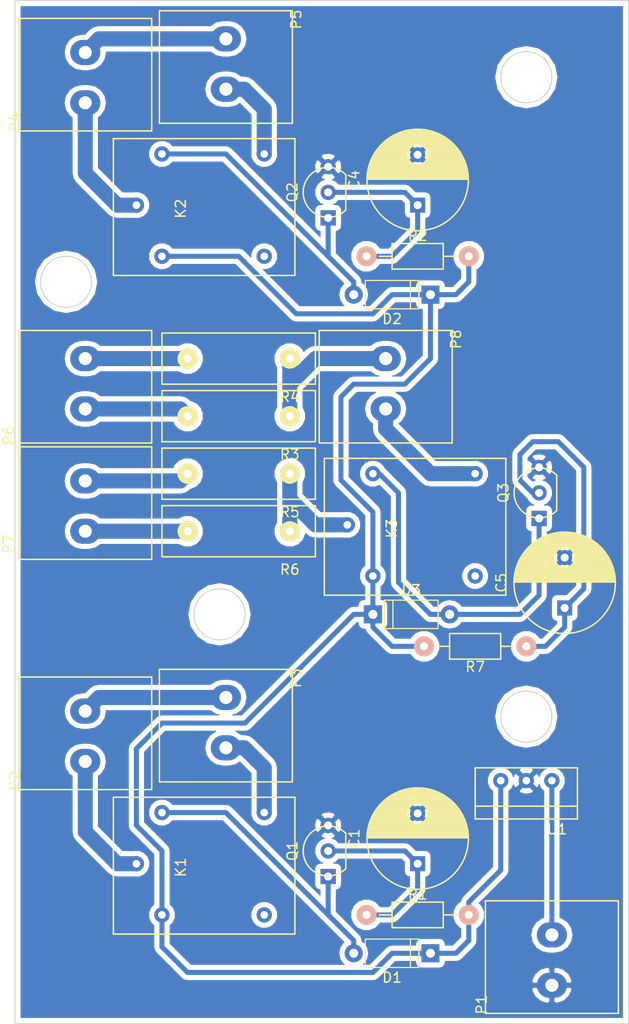
<source format=kicad_pcb>
(kicad_pcb (version 4) (host pcbnew "(2015-09-08 BZR 6170, Git 6269158)-product")

  (general
    (links 44)
    (no_connects 0)
    (area 59.15 15.189999 123.072 116.890001)
    (thickness 1.6)
    (drawings 8)
    (tracks 112)
    (zones 0)
    (modules 28)
    (nets 23)
  )

  (page A4)
  (layers
    (0 F.Cu signal)
    (31 B.Cu signal)
    (32 B.Adhes user)
    (33 F.Adhes user)
    (34 B.Paste user)
    (35 F.Paste user)
    (36 B.SilkS user)
    (37 F.SilkS user)
    (38 B.Mask user)
    (39 F.Mask user)
    (40 Dwgs.User user)
    (41 Cmts.User user)
    (42 Eco1.User user)
    (43 Eco2.User user)
    (44 Edge.Cuts user)
    (45 Margin user)
    (46 B.CrtYd user)
    (47 F.CrtYd user hide)
    (48 B.Fab user)
    (49 F.Fab user hide)
  )

  (setup
    (last_trace_width 0.5)
    (trace_clearance 0.25)
    (zone_clearance 0.508)
    (zone_45_only no)
    (trace_min 0.2)
    (segment_width 0.2)
    (edge_width 0.1)
    (via_size 0.6)
    (via_drill 0.4)
    (via_min_size 0.4)
    (via_min_drill 0.3)
    (uvia_size 0.3)
    (uvia_drill 0.1)
    (uvias_allowed no)
    (uvia_min_size 0.2)
    (uvia_min_drill 0.1)
    (pcb_text_width 0.3)
    (pcb_text_size 1.5 1.5)
    (mod_edge_width 0.15)
    (mod_text_size 1 1)
    (mod_text_width 0.15)
    (pad_size 1.5 1.5)
    (pad_drill 0.6)
    (pad_to_mask_clearance 0)
    (aux_axis_origin 0 0)
    (visible_elements 7FFCFFFF)
    (pcbplotparams
      (layerselection 0x00030_80000001)
      (usegerberextensions false)
      (excludeedgelayer true)
      (linewidth 0.400000)
      (plotframeref false)
      (viasonmask false)
      (mode 1)
      (useauxorigin false)
      (hpglpennumber 1)
      (hpglpenspeed 20)
      (hpglpendiameter 15)
      (hpglpenoverlay 2)
      (psnegative false)
      (psa4output false)
      (plotreference true)
      (plotvalue true)
      (plotinvisibletext false)
      (padsonsilk false)
      (subtractmaskfromsilk false)
      (outputformat 1)
      (mirror false)
      (drillshape 1)
      (scaleselection 1)
      (outputdirectory ""))
  )

  (net 0 "")
  (net 1 VCC)
  (net 2 "Net-(D1-Pad2)")
  (net 3 "Net-(D2-Pad2)")
  (net 4 "Net-(D3-Pad2)")
  (net 5 "Net-(K1-Pad5)")
  (net 6 "Net-(K1-Pad3)")
  (net 7 "Net-(K2-Pad5)")
  (net 8 "Net-(K2-Pad3)")
  (net 9 "Net-(K3-Pad5)")
  (net 10 "Net-(K3-Pad3)")
  (net 11 GND)
  (net 12 "Net-(P2-Pad2)")
  (net 13 "Net-(P4-Pad2)")
  (net 14 "Net-(C1-Pad1)")
  (net 15 "Net-(C2-Pad1)")
  (net 16 "Net-(C4-Pad1)")
  (net 17 "Net-(C5-Pad1)")
  (net 18 "Net-(P6-Pad1)")
  (net 19 "Net-(P6-Pad2)")
  (net 20 "Net-(P7-Pad1)")
  (net 21 "Net-(P7-Pad2)")
  (net 22 "Net-(P8-Pad1)")

  (net_class Default "Questo è il gruppo di collegamenti predefinito"
    (clearance 0.25)
    (trace_width 0.5)
    (via_dia 0.6)
    (via_drill 0.4)
    (uvia_dia 0.3)
    (uvia_drill 0.1)
    (add_net GND)
    (add_net "Net-(C1-Pad1)")
    (add_net "Net-(C2-Pad1)")
    (add_net "Net-(C4-Pad1)")
    (add_net "Net-(C5-Pad1)")
    (add_net "Net-(D1-Pad2)")
    (add_net "Net-(D2-Pad2)")
    (add_net "Net-(D3-Pad2)")
    (add_net "Net-(K1-Pad3)")
    (add_net "Net-(K1-Pad5)")
    (add_net "Net-(K2-Pad3)")
    (add_net "Net-(K2-Pad5)")
    (add_net "Net-(K3-Pad3)")
    (add_net "Net-(K3-Pad5)")
    (add_net "Net-(P2-Pad2)")
    (add_net "Net-(P4-Pad2)")
    (add_net "Net-(P6-Pad1)")
    (add_net "Net-(P6-Pad2)")
    (add_net "Net-(P7-Pad1)")
    (add_net "Net-(P7-Pad2)")
    (add_net "Net-(P8-Pad1)")
    (add_net VCC)
  )

  (module Impronte:Cap_10_5.08 (layer F.Cu) (tedit 58EA0B3A) (tstamp 590DBC25)
    (at 100.965 100.965 90)
    (descr "Radial Electrolytic Capacitor Diameter 10mm x Length 13mm, Pitch 5mm")
    (tags "Electrolytic Capacitor")
    (path /590D90B6)
    (fp_text reference C1 (at 2.5 -6.3 90) (layer F.SilkS)
      (effects (font (size 1 1) (thickness 0.15)))
    )
    (fp_text value 470u (at 2.5 6.3 90) (layer F.Fab)
      (effects (font (size 1 1) (thickness 0.15)))
    )
    (fp_line (start 2.575 -4.999) (end 2.575 4.999) (layer F.SilkS) (width 0.15))
    (fp_line (start 2.715 -4.995) (end 2.715 4.995) (layer F.SilkS) (width 0.15))
    (fp_line (start 2.855 -4.987) (end 2.855 4.987) (layer F.SilkS) (width 0.15))
    (fp_line (start 2.995 -4.975) (end 2.995 4.975) (layer F.SilkS) (width 0.15))
    (fp_line (start 3.135 -4.96) (end 3.135 4.96) (layer F.SilkS) (width 0.15))
    (fp_line (start 3.275 -4.94) (end 3.275 4.94) (layer F.SilkS) (width 0.15))
    (fp_line (start 3.415 -4.916) (end 3.415 4.916) (layer F.SilkS) (width 0.15))
    (fp_line (start 3.555 -4.887) (end 3.555 4.887) (layer F.SilkS) (width 0.15))
    (fp_line (start 3.695 -4.855) (end 3.695 4.855) (layer F.SilkS) (width 0.15))
    (fp_line (start 3.835 -4.818) (end 3.835 4.818) (layer F.SilkS) (width 0.15))
    (fp_line (start 3.975 -4.777) (end 3.975 4.777) (layer F.SilkS) (width 0.15))
    (fp_line (start 4.115 -4.732) (end 4.115 -0.466) (layer F.SilkS) (width 0.15))
    (fp_line (start 4.115 0.466) (end 4.115 4.732) (layer F.SilkS) (width 0.15))
    (fp_line (start 4.255 -4.682) (end 4.255 -0.667) (layer F.SilkS) (width 0.15))
    (fp_line (start 4.255 0.667) (end 4.255 4.682) (layer F.SilkS) (width 0.15))
    (fp_line (start 4.395 -4.627) (end 4.395 -0.796) (layer F.SilkS) (width 0.15))
    (fp_line (start 4.395 0.796) (end 4.395 4.627) (layer F.SilkS) (width 0.15))
    (fp_line (start 4.535 -4.567) (end 4.535 -0.885) (layer F.SilkS) (width 0.15))
    (fp_line (start 4.535 0.885) (end 4.535 4.567) (layer F.SilkS) (width 0.15))
    (fp_line (start 4.675 -4.502) (end 4.675 -0.946) (layer F.SilkS) (width 0.15))
    (fp_line (start 4.675 0.946) (end 4.675 4.502) (layer F.SilkS) (width 0.15))
    (fp_line (start 4.815 -4.432) (end 4.815 -0.983) (layer F.SilkS) (width 0.15))
    (fp_line (start 4.815 0.983) (end 4.815 4.432) (layer F.SilkS) (width 0.15))
    (fp_line (start 4.955 -4.356) (end 4.955 -0.999) (layer F.SilkS) (width 0.15))
    (fp_line (start 4.955 0.999) (end 4.955 4.356) (layer F.SilkS) (width 0.15))
    (fp_line (start 5.095 -4.274) (end 5.095 -0.995) (layer F.SilkS) (width 0.15))
    (fp_line (start 5.095 0.995) (end 5.095 4.274) (layer F.SilkS) (width 0.15))
    (fp_line (start 5.235 -4.186) (end 5.235 -0.972) (layer F.SilkS) (width 0.15))
    (fp_line (start 5.235 0.972) (end 5.235 4.186) (layer F.SilkS) (width 0.15))
    (fp_line (start 5.375 -4.091) (end 5.375 -0.927) (layer F.SilkS) (width 0.15))
    (fp_line (start 5.375 0.927) (end 5.375 4.091) (layer F.SilkS) (width 0.15))
    (fp_line (start 5.515 -3.989) (end 5.515 -0.857) (layer F.SilkS) (width 0.15))
    (fp_line (start 5.515 0.857) (end 5.515 3.989) (layer F.SilkS) (width 0.15))
    (fp_line (start 5.655 -3.879) (end 5.655 -0.756) (layer F.SilkS) (width 0.15))
    (fp_line (start 5.655 0.756) (end 5.655 3.879) (layer F.SilkS) (width 0.15))
    (fp_line (start 5.795 -3.761) (end 5.795 -0.607) (layer F.SilkS) (width 0.15))
    (fp_line (start 5.795 0.607) (end 5.795 3.761) (layer F.SilkS) (width 0.15))
    (fp_line (start 5.935 -3.633) (end 5.935 -0.355) (layer F.SilkS) (width 0.15))
    (fp_line (start 5.935 0.355) (end 5.935 3.633) (layer F.SilkS) (width 0.15))
    (fp_line (start 6.075 -3.496) (end 6.075 3.496) (layer F.SilkS) (width 0.15))
    (fp_line (start 6.215 -3.346) (end 6.215 3.346) (layer F.SilkS) (width 0.15))
    (fp_line (start 6.355 -3.184) (end 6.355 3.184) (layer F.SilkS) (width 0.15))
    (fp_line (start 6.495 -3.007) (end 6.495 3.007) (layer F.SilkS) (width 0.15))
    (fp_line (start 6.635 -2.811) (end 6.635 2.811) (layer F.SilkS) (width 0.15))
    (fp_line (start 6.775 -2.593) (end 6.775 2.593) (layer F.SilkS) (width 0.15))
    (fp_line (start 6.915 -2.347) (end 6.915 2.347) (layer F.SilkS) (width 0.15))
    (fp_line (start 7.055 -2.062) (end 7.055 2.062) (layer F.SilkS) (width 0.15))
    (fp_line (start 7.195 -1.72) (end 7.195 1.72) (layer F.SilkS) (width 0.15))
    (fp_line (start 7.335 -1.274) (end 7.335 1.274) (layer F.SilkS) (width 0.15))
    (fp_line (start 7.475 -0.499) (end 7.475 0.499) (layer F.SilkS) (width 0.15))
    (fp_circle (center 5 0) (end 5 -1) (layer F.SilkS) (width 0.15))
    (fp_circle (center 2.5 0) (end 2.5 -5.0375) (layer F.SilkS) (width 0.15))
    (fp_circle (center 2.5 0) (end 2.5 -5.3) (layer F.CrtYd) (width 0.05))
    (pad 1 thru_hole rect (at 0 0 90) (size 1.5 1.5) (drill 0.8) (layers *.Cu *.Mask)
      (net 14 "Net-(C1-Pad1)"))
    (pad 2 thru_hole circle (at 5 0 90) (size 1.5 1.5) (drill 0.8) (layers *.Cu *.Mask)
      (net 11 GND))
    (model Capacitors_ThroughHole.3dshapes/C_Radial_D10_L13_P5.wrl
      (at (xyz 0.0984252 0 0))
      (scale (xyz 1 1 1))
      (rotate (xyz 0 0 90))
    )
  )

  (module Impronte:Cap_10_5.08 (layer F.Cu) (tedit 58EA0B3A) (tstamp 590DBC37)
    (at 100.965 35.56 90)
    (descr "Radial Electrolytic Capacitor Diameter 10mm x Length 13mm, Pitch 5mm")
    (tags "Electrolytic Capacitor")
    (path /590DA4CA)
    (fp_text reference C4 (at 2.5 -6.3 90) (layer F.SilkS)
      (effects (font (size 1 1) (thickness 0.15)))
    )
    (fp_text value 470u (at 2.5 6.3 90) (layer F.Fab)
      (effects (font (size 1 1) (thickness 0.15)))
    )
    (fp_line (start 2.575 -4.999) (end 2.575 4.999) (layer F.SilkS) (width 0.15))
    (fp_line (start 2.715 -4.995) (end 2.715 4.995) (layer F.SilkS) (width 0.15))
    (fp_line (start 2.855 -4.987) (end 2.855 4.987) (layer F.SilkS) (width 0.15))
    (fp_line (start 2.995 -4.975) (end 2.995 4.975) (layer F.SilkS) (width 0.15))
    (fp_line (start 3.135 -4.96) (end 3.135 4.96) (layer F.SilkS) (width 0.15))
    (fp_line (start 3.275 -4.94) (end 3.275 4.94) (layer F.SilkS) (width 0.15))
    (fp_line (start 3.415 -4.916) (end 3.415 4.916) (layer F.SilkS) (width 0.15))
    (fp_line (start 3.555 -4.887) (end 3.555 4.887) (layer F.SilkS) (width 0.15))
    (fp_line (start 3.695 -4.855) (end 3.695 4.855) (layer F.SilkS) (width 0.15))
    (fp_line (start 3.835 -4.818) (end 3.835 4.818) (layer F.SilkS) (width 0.15))
    (fp_line (start 3.975 -4.777) (end 3.975 4.777) (layer F.SilkS) (width 0.15))
    (fp_line (start 4.115 -4.732) (end 4.115 -0.466) (layer F.SilkS) (width 0.15))
    (fp_line (start 4.115 0.466) (end 4.115 4.732) (layer F.SilkS) (width 0.15))
    (fp_line (start 4.255 -4.682) (end 4.255 -0.667) (layer F.SilkS) (width 0.15))
    (fp_line (start 4.255 0.667) (end 4.255 4.682) (layer F.SilkS) (width 0.15))
    (fp_line (start 4.395 -4.627) (end 4.395 -0.796) (layer F.SilkS) (width 0.15))
    (fp_line (start 4.395 0.796) (end 4.395 4.627) (layer F.SilkS) (width 0.15))
    (fp_line (start 4.535 -4.567) (end 4.535 -0.885) (layer F.SilkS) (width 0.15))
    (fp_line (start 4.535 0.885) (end 4.535 4.567) (layer F.SilkS) (width 0.15))
    (fp_line (start 4.675 -4.502) (end 4.675 -0.946) (layer F.SilkS) (width 0.15))
    (fp_line (start 4.675 0.946) (end 4.675 4.502) (layer F.SilkS) (width 0.15))
    (fp_line (start 4.815 -4.432) (end 4.815 -0.983) (layer F.SilkS) (width 0.15))
    (fp_line (start 4.815 0.983) (end 4.815 4.432) (layer F.SilkS) (width 0.15))
    (fp_line (start 4.955 -4.356) (end 4.955 -0.999) (layer F.SilkS) (width 0.15))
    (fp_line (start 4.955 0.999) (end 4.955 4.356) (layer F.SilkS) (width 0.15))
    (fp_line (start 5.095 -4.274) (end 5.095 -0.995) (layer F.SilkS) (width 0.15))
    (fp_line (start 5.095 0.995) (end 5.095 4.274) (layer F.SilkS) (width 0.15))
    (fp_line (start 5.235 -4.186) (end 5.235 -0.972) (layer F.SilkS) (width 0.15))
    (fp_line (start 5.235 0.972) (end 5.235 4.186) (layer F.SilkS) (width 0.15))
    (fp_line (start 5.375 -4.091) (end 5.375 -0.927) (layer F.SilkS) (width 0.15))
    (fp_line (start 5.375 0.927) (end 5.375 4.091) (layer F.SilkS) (width 0.15))
    (fp_line (start 5.515 -3.989) (end 5.515 -0.857) (layer F.SilkS) (width 0.15))
    (fp_line (start 5.515 0.857) (end 5.515 3.989) (layer F.SilkS) (width 0.15))
    (fp_line (start 5.655 -3.879) (end 5.655 -0.756) (layer F.SilkS) (width 0.15))
    (fp_line (start 5.655 0.756) (end 5.655 3.879) (layer F.SilkS) (width 0.15))
    (fp_line (start 5.795 -3.761) (end 5.795 -0.607) (layer F.SilkS) (width 0.15))
    (fp_line (start 5.795 0.607) (end 5.795 3.761) (layer F.SilkS) (width 0.15))
    (fp_line (start 5.935 -3.633) (end 5.935 -0.355) (layer F.SilkS) (width 0.15))
    (fp_line (start 5.935 0.355) (end 5.935 3.633) (layer F.SilkS) (width 0.15))
    (fp_line (start 6.075 -3.496) (end 6.075 3.496) (layer F.SilkS) (width 0.15))
    (fp_line (start 6.215 -3.346) (end 6.215 3.346) (layer F.SilkS) (width 0.15))
    (fp_line (start 6.355 -3.184) (end 6.355 3.184) (layer F.SilkS) (width 0.15))
    (fp_line (start 6.495 -3.007) (end 6.495 3.007) (layer F.SilkS) (width 0.15))
    (fp_line (start 6.635 -2.811) (end 6.635 2.811) (layer F.SilkS) (width 0.15))
    (fp_line (start 6.775 -2.593) (end 6.775 2.593) (layer F.SilkS) (width 0.15))
    (fp_line (start 6.915 -2.347) (end 6.915 2.347) (layer F.SilkS) (width 0.15))
    (fp_line (start 7.055 -2.062) (end 7.055 2.062) (layer F.SilkS) (width 0.15))
    (fp_line (start 7.195 -1.72) (end 7.195 1.72) (layer F.SilkS) (width 0.15))
    (fp_line (start 7.335 -1.274) (end 7.335 1.274) (layer F.SilkS) (width 0.15))
    (fp_line (start 7.475 -0.499) (end 7.475 0.499) (layer F.SilkS) (width 0.15))
    (fp_circle (center 5 0) (end 5 -1) (layer F.SilkS) (width 0.15))
    (fp_circle (center 2.5 0) (end 2.5 -5.0375) (layer F.SilkS) (width 0.15))
    (fp_circle (center 2.5 0) (end 2.5 -5.3) (layer F.CrtYd) (width 0.05))
    (pad 1 thru_hole rect (at 0 0 90) (size 1.5 1.5) (drill 0.8) (layers *.Cu *.Mask)
      (net 16 "Net-(C4-Pad1)"))
    (pad 2 thru_hole circle (at 5 0 90) (size 1.5 1.5) (drill 0.8) (layers *.Cu *.Mask)
      (net 11 GND))
    (model Capacitors_ThroughHole.3dshapes/C_Radial_D10_L13_P5.wrl
      (at (xyz 0.0984252 0 0))
      (scale (xyz 1 1 1))
      (rotate (xyz 0 0 90))
    )
  )

  (module Impronte:Cap_10_5.08 (layer F.Cu) (tedit 58EA0B3A) (tstamp 590DBC3D)
    (at 115.57 75.565 90)
    (descr "Radial Electrolytic Capacitor Diameter 10mm x Length 13mm, Pitch 5mm")
    (tags "Electrolytic Capacitor")
    (path /590DACB9)
    (fp_text reference C5 (at 2.5 -6.3 90) (layer F.SilkS)
      (effects (font (size 1 1) (thickness 0.15)))
    )
    (fp_text value 470u (at 2.5 6.3 90) (layer F.Fab)
      (effects (font (size 1 1) (thickness 0.15)))
    )
    (fp_line (start 2.575 -4.999) (end 2.575 4.999) (layer F.SilkS) (width 0.15))
    (fp_line (start 2.715 -4.995) (end 2.715 4.995) (layer F.SilkS) (width 0.15))
    (fp_line (start 2.855 -4.987) (end 2.855 4.987) (layer F.SilkS) (width 0.15))
    (fp_line (start 2.995 -4.975) (end 2.995 4.975) (layer F.SilkS) (width 0.15))
    (fp_line (start 3.135 -4.96) (end 3.135 4.96) (layer F.SilkS) (width 0.15))
    (fp_line (start 3.275 -4.94) (end 3.275 4.94) (layer F.SilkS) (width 0.15))
    (fp_line (start 3.415 -4.916) (end 3.415 4.916) (layer F.SilkS) (width 0.15))
    (fp_line (start 3.555 -4.887) (end 3.555 4.887) (layer F.SilkS) (width 0.15))
    (fp_line (start 3.695 -4.855) (end 3.695 4.855) (layer F.SilkS) (width 0.15))
    (fp_line (start 3.835 -4.818) (end 3.835 4.818) (layer F.SilkS) (width 0.15))
    (fp_line (start 3.975 -4.777) (end 3.975 4.777) (layer F.SilkS) (width 0.15))
    (fp_line (start 4.115 -4.732) (end 4.115 -0.466) (layer F.SilkS) (width 0.15))
    (fp_line (start 4.115 0.466) (end 4.115 4.732) (layer F.SilkS) (width 0.15))
    (fp_line (start 4.255 -4.682) (end 4.255 -0.667) (layer F.SilkS) (width 0.15))
    (fp_line (start 4.255 0.667) (end 4.255 4.682) (layer F.SilkS) (width 0.15))
    (fp_line (start 4.395 -4.627) (end 4.395 -0.796) (layer F.SilkS) (width 0.15))
    (fp_line (start 4.395 0.796) (end 4.395 4.627) (layer F.SilkS) (width 0.15))
    (fp_line (start 4.535 -4.567) (end 4.535 -0.885) (layer F.SilkS) (width 0.15))
    (fp_line (start 4.535 0.885) (end 4.535 4.567) (layer F.SilkS) (width 0.15))
    (fp_line (start 4.675 -4.502) (end 4.675 -0.946) (layer F.SilkS) (width 0.15))
    (fp_line (start 4.675 0.946) (end 4.675 4.502) (layer F.SilkS) (width 0.15))
    (fp_line (start 4.815 -4.432) (end 4.815 -0.983) (layer F.SilkS) (width 0.15))
    (fp_line (start 4.815 0.983) (end 4.815 4.432) (layer F.SilkS) (width 0.15))
    (fp_line (start 4.955 -4.356) (end 4.955 -0.999) (layer F.SilkS) (width 0.15))
    (fp_line (start 4.955 0.999) (end 4.955 4.356) (layer F.SilkS) (width 0.15))
    (fp_line (start 5.095 -4.274) (end 5.095 -0.995) (layer F.SilkS) (width 0.15))
    (fp_line (start 5.095 0.995) (end 5.095 4.274) (layer F.SilkS) (width 0.15))
    (fp_line (start 5.235 -4.186) (end 5.235 -0.972) (layer F.SilkS) (width 0.15))
    (fp_line (start 5.235 0.972) (end 5.235 4.186) (layer F.SilkS) (width 0.15))
    (fp_line (start 5.375 -4.091) (end 5.375 -0.927) (layer F.SilkS) (width 0.15))
    (fp_line (start 5.375 0.927) (end 5.375 4.091) (layer F.SilkS) (width 0.15))
    (fp_line (start 5.515 -3.989) (end 5.515 -0.857) (layer F.SilkS) (width 0.15))
    (fp_line (start 5.515 0.857) (end 5.515 3.989) (layer F.SilkS) (width 0.15))
    (fp_line (start 5.655 -3.879) (end 5.655 -0.756) (layer F.SilkS) (width 0.15))
    (fp_line (start 5.655 0.756) (end 5.655 3.879) (layer F.SilkS) (width 0.15))
    (fp_line (start 5.795 -3.761) (end 5.795 -0.607) (layer F.SilkS) (width 0.15))
    (fp_line (start 5.795 0.607) (end 5.795 3.761) (layer F.SilkS) (width 0.15))
    (fp_line (start 5.935 -3.633) (end 5.935 -0.355) (layer F.SilkS) (width 0.15))
    (fp_line (start 5.935 0.355) (end 5.935 3.633) (layer F.SilkS) (width 0.15))
    (fp_line (start 6.075 -3.496) (end 6.075 3.496) (layer F.SilkS) (width 0.15))
    (fp_line (start 6.215 -3.346) (end 6.215 3.346) (layer F.SilkS) (width 0.15))
    (fp_line (start 6.355 -3.184) (end 6.355 3.184) (layer F.SilkS) (width 0.15))
    (fp_line (start 6.495 -3.007) (end 6.495 3.007) (layer F.SilkS) (width 0.15))
    (fp_line (start 6.635 -2.811) (end 6.635 2.811) (layer F.SilkS) (width 0.15))
    (fp_line (start 6.775 -2.593) (end 6.775 2.593) (layer F.SilkS) (width 0.15))
    (fp_line (start 6.915 -2.347) (end 6.915 2.347) (layer F.SilkS) (width 0.15))
    (fp_line (start 7.055 -2.062) (end 7.055 2.062) (layer F.SilkS) (width 0.15))
    (fp_line (start 7.195 -1.72) (end 7.195 1.72) (layer F.SilkS) (width 0.15))
    (fp_line (start 7.335 -1.274) (end 7.335 1.274) (layer F.SilkS) (width 0.15))
    (fp_line (start 7.475 -0.499) (end 7.475 0.499) (layer F.SilkS) (width 0.15))
    (fp_circle (center 5 0) (end 5 -1) (layer F.SilkS) (width 0.15))
    (fp_circle (center 2.5 0) (end 2.5 -5.0375) (layer F.SilkS) (width 0.15))
    (fp_circle (center 2.5 0) (end 2.5 -5.3) (layer F.CrtYd) (width 0.05))
    (pad 1 thru_hole rect (at 0 0 90) (size 1.5 1.5) (drill 0.8) (layers *.Cu *.Mask)
      (net 17 "Net-(C5-Pad1)"))
    (pad 2 thru_hole circle (at 5 0 90) (size 1.5 1.5) (drill 0.8) (layers *.Cu *.Mask)
      (net 11 GND))
    (model Capacitors_ThroughHole.3dshapes/C_Radial_D10_L13_P5.wrl
      (at (xyz 0.0984252 0 0))
      (scale (xyz 1 1 1))
      (rotate (xyz 0 0 90))
    )
  )

  (module Diodes_ThroughHole:D_A-405_P7.62mm_Horizontal (layer F.Cu) (tedit 5877C982) (tstamp 590DBC43)
    (at 102.235 109.855 180)
    (descr "D, A-405 series, Axial, Horizontal, pin pitch=7.62mm, , length*diameter=5.2*2.7mm^2, , http://www.diodes.com/_files/packages/A-405.pdf")
    (tags "D A-405 series Axial Horizontal pin pitch 7.62mm  length 5.2mm diameter 2.7mm")
    (path /590D9150)
    (fp_text reference D1 (at 3.81 -2.41 180) (layer F.SilkS)
      (effects (font (size 1 1) (thickness 0.15)))
    )
    (fp_text value 1N4148 (at 3.81 2.41 180) (layer F.Fab)
      (effects (font (size 1 1) (thickness 0.15)))
    )
    (fp_line (start 1.21 -1.35) (end 1.21 1.35) (layer F.Fab) (width 0.1))
    (fp_line (start 1.21 1.35) (end 6.41 1.35) (layer F.Fab) (width 0.1))
    (fp_line (start 6.41 1.35) (end 6.41 -1.35) (layer F.Fab) (width 0.1))
    (fp_line (start 6.41 -1.35) (end 1.21 -1.35) (layer F.Fab) (width 0.1))
    (fp_line (start 0 0) (end 1.21 0) (layer F.Fab) (width 0.1))
    (fp_line (start 7.62 0) (end 6.41 0) (layer F.Fab) (width 0.1))
    (fp_line (start 1.99 -1.35) (end 1.99 1.35) (layer F.Fab) (width 0.1))
    (fp_line (start 1.15 -1.41) (end 1.15 1.41) (layer F.SilkS) (width 0.12))
    (fp_line (start 1.15 1.41) (end 6.47 1.41) (layer F.SilkS) (width 0.12))
    (fp_line (start 6.47 1.41) (end 6.47 -1.41) (layer F.SilkS) (width 0.12))
    (fp_line (start 6.47 -1.41) (end 1.15 -1.41) (layer F.SilkS) (width 0.12))
    (fp_line (start 1.08 0) (end 1.15 0) (layer F.SilkS) (width 0.12))
    (fp_line (start 6.54 0) (end 6.47 0) (layer F.SilkS) (width 0.12))
    (fp_line (start 1.99 -1.41) (end 1.99 1.41) (layer F.SilkS) (width 0.12))
    (fp_line (start -1.15 -1.7) (end -1.15 1.7) (layer F.CrtYd) (width 0.05))
    (fp_line (start -1.15 1.7) (end 8.8 1.7) (layer F.CrtYd) (width 0.05))
    (fp_line (start 8.8 1.7) (end 8.8 -1.7) (layer F.CrtYd) (width 0.05))
    (fp_line (start 8.8 -1.7) (end -1.15 -1.7) (layer F.CrtYd) (width 0.05))
    (pad 1 thru_hole rect (at 0 0 180) (size 1.8 1.8) (drill 0.9) (layers *.Cu *.Mask)
      (net 1 VCC))
    (pad 2 thru_hole oval (at 7.62 0 180) (size 1.8 1.8) (drill 0.9) (layers *.Cu *.Mask)
      (net 2 "Net-(D1-Pad2)"))
    (model Diodes_THT.3dshapes/D_A-405_P7.62mm_Horizontal.wrl
      (at (xyz 0 0 0))
      (scale (xyz 0.393701 0.393701 0.393701))
      (rotate (xyz 0 0 0))
    )
  )

  (module Diodes_ThroughHole:D_A-405_P7.62mm_Horizontal (layer F.Cu) (tedit 5877C982) (tstamp 590DBC49)
    (at 102.235 44.45 180)
    (descr "D, A-405 series, Axial, Horizontal, pin pitch=7.62mm, , length*diameter=5.2*2.7mm^2, , http://www.diodes.com/_files/packages/A-405.pdf")
    (tags "D A-405 series Axial Horizontal pin pitch 7.62mm  length 5.2mm diameter 2.7mm")
    (path /590DA4D6)
    (fp_text reference D2 (at 3.81 -2.41 180) (layer F.SilkS)
      (effects (font (size 1 1) (thickness 0.15)))
    )
    (fp_text value 1N4148 (at 3.81 2.41 180) (layer F.Fab)
      (effects (font (size 1 1) (thickness 0.15)))
    )
    (fp_line (start 1.21 -1.35) (end 1.21 1.35) (layer F.Fab) (width 0.1))
    (fp_line (start 1.21 1.35) (end 6.41 1.35) (layer F.Fab) (width 0.1))
    (fp_line (start 6.41 1.35) (end 6.41 -1.35) (layer F.Fab) (width 0.1))
    (fp_line (start 6.41 -1.35) (end 1.21 -1.35) (layer F.Fab) (width 0.1))
    (fp_line (start 0 0) (end 1.21 0) (layer F.Fab) (width 0.1))
    (fp_line (start 7.62 0) (end 6.41 0) (layer F.Fab) (width 0.1))
    (fp_line (start 1.99 -1.35) (end 1.99 1.35) (layer F.Fab) (width 0.1))
    (fp_line (start 1.15 -1.41) (end 1.15 1.41) (layer F.SilkS) (width 0.12))
    (fp_line (start 1.15 1.41) (end 6.47 1.41) (layer F.SilkS) (width 0.12))
    (fp_line (start 6.47 1.41) (end 6.47 -1.41) (layer F.SilkS) (width 0.12))
    (fp_line (start 6.47 -1.41) (end 1.15 -1.41) (layer F.SilkS) (width 0.12))
    (fp_line (start 1.08 0) (end 1.15 0) (layer F.SilkS) (width 0.12))
    (fp_line (start 6.54 0) (end 6.47 0) (layer F.SilkS) (width 0.12))
    (fp_line (start 1.99 -1.41) (end 1.99 1.41) (layer F.SilkS) (width 0.12))
    (fp_line (start -1.15 -1.7) (end -1.15 1.7) (layer F.CrtYd) (width 0.05))
    (fp_line (start -1.15 1.7) (end 8.8 1.7) (layer F.CrtYd) (width 0.05))
    (fp_line (start 8.8 1.7) (end 8.8 -1.7) (layer F.CrtYd) (width 0.05))
    (fp_line (start 8.8 -1.7) (end -1.15 -1.7) (layer F.CrtYd) (width 0.05))
    (pad 1 thru_hole rect (at 0 0 180) (size 1.8 1.8) (drill 0.9) (layers *.Cu *.Mask)
      (net 1 VCC))
    (pad 2 thru_hole oval (at 7.62 0 180) (size 1.8 1.8) (drill 0.9) (layers *.Cu *.Mask)
      (net 3 "Net-(D2-Pad2)"))
    (model Diodes_THT.3dshapes/D_A-405_P7.62mm_Horizontal.wrl
      (at (xyz 0 0 0))
      (scale (xyz 0.393701 0.393701 0.393701))
      (rotate (xyz 0 0 0))
    )
  )

  (module Diodes_ThroughHole:D_A-405_P7.62mm_Horizontal (layer F.Cu) (tedit 5877C982) (tstamp 590DBC4F)
    (at 96.52 76.2)
    (descr "D, A-405 series, Axial, Horizontal, pin pitch=7.62mm, , length*diameter=5.2*2.7mm^2, , http://www.diodes.com/_files/packages/A-405.pdf")
    (tags "D A-405 series Axial Horizontal pin pitch 7.62mm  length 5.2mm diameter 2.7mm")
    (path /590DACC5)
    (fp_text reference D3 (at 3.81 -2.41) (layer F.SilkS)
      (effects (font (size 1 1) (thickness 0.15)))
    )
    (fp_text value 1N4148 (at 3.81 2.41) (layer F.Fab)
      (effects (font (size 1 1) (thickness 0.15)))
    )
    (fp_line (start 1.21 -1.35) (end 1.21 1.35) (layer F.Fab) (width 0.1))
    (fp_line (start 1.21 1.35) (end 6.41 1.35) (layer F.Fab) (width 0.1))
    (fp_line (start 6.41 1.35) (end 6.41 -1.35) (layer F.Fab) (width 0.1))
    (fp_line (start 6.41 -1.35) (end 1.21 -1.35) (layer F.Fab) (width 0.1))
    (fp_line (start 0 0) (end 1.21 0) (layer F.Fab) (width 0.1))
    (fp_line (start 7.62 0) (end 6.41 0) (layer F.Fab) (width 0.1))
    (fp_line (start 1.99 -1.35) (end 1.99 1.35) (layer F.Fab) (width 0.1))
    (fp_line (start 1.15 -1.41) (end 1.15 1.41) (layer F.SilkS) (width 0.12))
    (fp_line (start 1.15 1.41) (end 6.47 1.41) (layer F.SilkS) (width 0.12))
    (fp_line (start 6.47 1.41) (end 6.47 -1.41) (layer F.SilkS) (width 0.12))
    (fp_line (start 6.47 -1.41) (end 1.15 -1.41) (layer F.SilkS) (width 0.12))
    (fp_line (start 1.08 0) (end 1.15 0) (layer F.SilkS) (width 0.12))
    (fp_line (start 6.54 0) (end 6.47 0) (layer F.SilkS) (width 0.12))
    (fp_line (start 1.99 -1.41) (end 1.99 1.41) (layer F.SilkS) (width 0.12))
    (fp_line (start -1.15 -1.7) (end -1.15 1.7) (layer F.CrtYd) (width 0.05))
    (fp_line (start -1.15 1.7) (end 8.8 1.7) (layer F.CrtYd) (width 0.05))
    (fp_line (start 8.8 1.7) (end 8.8 -1.7) (layer F.CrtYd) (width 0.05))
    (fp_line (start 8.8 -1.7) (end -1.15 -1.7) (layer F.CrtYd) (width 0.05))
    (pad 1 thru_hole rect (at 0 0) (size 1.8 1.8) (drill 0.9) (layers *.Cu *.Mask)
      (net 1 VCC))
    (pad 2 thru_hole oval (at 7.62 0) (size 1.8 1.8) (drill 0.9) (layers *.Cu *.Mask)
      (net 4 "Net-(D3-Pad2)"))
    (model Diodes_THT.3dshapes/D_A-405_P7.62mm_Horizontal.wrl
      (at (xyz 0 0 0))
      (scale (xyz 0.393701 0.393701 0.393701))
      (rotate (xyz 0 0 0))
    )
  )

  (module Impronte:Songle-5V (layer F.Cu) (tedit 589E678F) (tstamp 590DBC58)
    (at 85.725 106.045 90)
    (path /590D90E9)
    (fp_text reference K1 (at 4.725 -8.3 90) (layer F.SilkS)
      (effects (font (size 1 1) (thickness 0.15)))
    )
    (fp_text value 5v (at 4.953 -6.985 90) (layer F.Fab)
      (effects (font (size 1 1) (thickness 0.15)))
    )
    (fp_line (start 11.684 3.048) (end 11.684 -14.986) (layer F.SilkS) (width 0.15))
    (fp_line (start 11.684 -14.986) (end -1.905 -14.986) (layer F.SilkS) (width 0.15))
    (fp_line (start -1.905 -14.986) (end -1.905 3.048) (layer F.SilkS) (width 0.15))
    (fp_line (start -1.905 3.048) (end 11.684 3.048) (layer F.SilkS) (width 0.15))
    (pad 4 thru_hole circle (at 0 0 90) (size 1.524 1.524) (drill 0.762) (layers *.Cu *.Mask))
    (pad 5 thru_hole circle (at 10.16 0 90) (size 1.524 1.524) (drill 0.762) (layers *.Cu *.Mask)
      (net 5 "Net-(K1-Pad5)"))
    (pad 2 thru_hole circle (at 10.16 -10.16 90) (size 1.524 1.524) (drill 0.762) (layers *.Cu *.Mask)
      (net 2 "Net-(D1-Pad2)"))
    (pad 1 thru_hole circle (at 0 -10.16 90) (size 1.524 1.524) (drill 0.762) (layers *.Cu *.Mask)
      (net 1 VCC))
    (pad 3 thru_hole circle (at 5.08 -12.7 90) (size 1.524 1.524) (drill 0.762) (layers *.Cu *.Mask)
      (net 6 "Net-(K1-Pad3)"))
  )

  (module Impronte:Songle-5V (layer F.Cu) (tedit 589E678F) (tstamp 590DBC61)
    (at 85.725 40.64 90)
    (path /590DA4D0)
    (fp_text reference K2 (at 4.725 -8.3 90) (layer F.SilkS)
      (effects (font (size 1 1) (thickness 0.15)))
    )
    (fp_text value 5v (at 4.953 -6.985 90) (layer F.Fab)
      (effects (font (size 1 1) (thickness 0.15)))
    )
    (fp_line (start 11.684 3.048) (end 11.684 -14.986) (layer F.SilkS) (width 0.15))
    (fp_line (start 11.684 -14.986) (end -1.905 -14.986) (layer F.SilkS) (width 0.15))
    (fp_line (start -1.905 -14.986) (end -1.905 3.048) (layer F.SilkS) (width 0.15))
    (fp_line (start -1.905 3.048) (end 11.684 3.048) (layer F.SilkS) (width 0.15))
    (pad 4 thru_hole circle (at 0 0 90) (size 1.524 1.524) (drill 0.762) (layers *.Cu *.Mask))
    (pad 5 thru_hole circle (at 10.16 0 90) (size 1.524 1.524) (drill 0.762) (layers *.Cu *.Mask)
      (net 7 "Net-(K2-Pad5)"))
    (pad 2 thru_hole circle (at 10.16 -10.16 90) (size 1.524 1.524) (drill 0.762) (layers *.Cu *.Mask)
      (net 3 "Net-(D2-Pad2)"))
    (pad 1 thru_hole circle (at 0 -10.16 90) (size 1.524 1.524) (drill 0.762) (layers *.Cu *.Mask)
      (net 1 VCC))
    (pad 3 thru_hole circle (at 5.08 -12.7 90) (size 1.524 1.524) (drill 0.762) (layers *.Cu *.Mask)
      (net 8 "Net-(K2-Pad3)"))
  )

  (module Impronte:Songle-5V (layer F.Cu) (tedit 589E678F) (tstamp 590DBC6A)
    (at 106.68 72.39 90)
    (path /590DACBF)
    (fp_text reference K3 (at 4.725 -8.3 90) (layer F.SilkS)
      (effects (font (size 1 1) (thickness 0.15)))
    )
    (fp_text value 5v (at 4.953 -6.985 90) (layer F.Fab)
      (effects (font (size 1 1) (thickness 0.15)))
    )
    (fp_line (start 11.684 3.048) (end 11.684 -14.986) (layer F.SilkS) (width 0.15))
    (fp_line (start 11.684 -14.986) (end -1.905 -14.986) (layer F.SilkS) (width 0.15))
    (fp_line (start -1.905 -14.986) (end -1.905 3.048) (layer F.SilkS) (width 0.15))
    (fp_line (start -1.905 3.048) (end 11.684 3.048) (layer F.SilkS) (width 0.15))
    (pad 4 thru_hole circle (at 0 0 90) (size 1.524 1.524) (drill 0.762) (layers *.Cu *.Mask))
    (pad 5 thru_hole circle (at 10.16 0 90) (size 1.524 1.524) (drill 0.762) (layers *.Cu *.Mask)
      (net 9 "Net-(K3-Pad5)"))
    (pad 2 thru_hole circle (at 10.16 -10.16 90) (size 1.524 1.524) (drill 0.762) (layers *.Cu *.Mask)
      (net 4 "Net-(D3-Pad2)"))
    (pad 1 thru_hole circle (at 0 -10.16 90) (size 1.524 1.524) (drill 0.762) (layers *.Cu *.Mask)
      (net 1 VCC))
    (pad 3 thru_hole circle (at 5.08 -12.7 90) (size 1.524 1.524) (drill 0.762) (layers *.Cu *.Mask)
      (net 10 "Net-(K3-Pad3)"))
  )

  (module Impronte:AK300-2 (layer F.Cu) (tedit 586448A8) (tstamp 590DBC70)
    (at 114.3 113.03 90)
    (descr CONNECTOR)
    (tags CONNECTOR)
    (path /590DBBFD)
    (attr virtual)
    (fp_text reference P1 (at -1.92 -6.985 90) (layer F.SilkS)
      (effects (font (size 1 1) (thickness 0.15)))
    )
    (fp_text value 15v (at 2.779 7.747 90) (layer F.Fab)
      (effects (font (size 1 1) (thickness 0.15)))
    )
    (fp_line (start -2.794 -6.604) (end 8.382 -6.604) (layer F.SilkS) (width 0.15))
    (fp_line (start 8.382 -6.604) (end 8.382 6.604) (layer F.SilkS) (width 0.15))
    (fp_line (start 8.382 6.604) (end -2.794 6.604) (layer F.SilkS) (width 0.15))
    (fp_line (start -2.794 6.604) (end -2.794 -6.604) (layer F.SilkS) (width 0.15))
    (pad 1 thru_hole oval (at 0 0 90) (size 2.5 3) (drill 1.3) (layers *.Cu F.Paste F.Mask)
      (net 11 GND))
    (pad 2 thru_hole oval (at 5 0 90) (size 2.5 3) (drill 1.3) (layers *.Cu F.Paste F.Mask)
      (net 15 "Net-(C2-Pad1)"))
  )

  (module Impronte:AK300-2 (layer F.Cu) (tedit 590DBCAE) (tstamp 590DBC76)
    (at 67.945 90.805 90)
    (descr CONNECTOR)
    (tags CONNECTOR)
    (path /590D8EE1)
    (attr virtual)
    (fp_text reference P2 (at -1.92 -6.985 90) (layer F.SilkS)
      (effects (font (size 1 1) (thickness 0.15)))
    )
    (fp_text value InL (at 2.54 -5.08 90) (layer F.Fab)
      (effects (font (size 1 1) (thickness 0.15)))
    )
    (fp_line (start -2.794 -6.604) (end 8.382 -6.604) (layer F.SilkS) (width 0.15))
    (fp_line (start 8.382 -6.604) (end 8.382 6.604) (layer F.SilkS) (width 0.15))
    (fp_line (start 8.382 6.604) (end -2.794 6.604) (layer F.SilkS) (width 0.15))
    (fp_line (start -2.794 6.604) (end -2.794 -6.604) (layer F.SilkS) (width 0.15))
    (pad 1 thru_hole oval (at 0 0 90) (size 2.5 3) (drill 1.3) (layers *.Cu F.Paste F.Mask)
      (net 6 "Net-(K1-Pad3)"))
    (pad 2 thru_hole oval (at 5 0 90) (size 2.5 3) (drill 1.3) (layers *.Cu F.Paste F.Mask)
      (net 12 "Net-(P2-Pad2)"))
  )

  (module Impronte:AK300-2 (layer F.Cu) (tedit 590DBCB2) (tstamp 590DBC7C)
    (at 81.915 84.455 270)
    (descr CONNECTOR)
    (tags CONNECTOR)
    (path /590D990E)
    (attr virtual)
    (fp_text reference P3 (at -1.92 -6.985 270) (layer F.SilkS)
      (effects (font (size 1 1) (thickness 0.15)))
    )
    (fp_text value OutL (at 2.54 3.81 270) (layer F.Fab)
      (effects (font (size 1 1) (thickness 0.15)))
    )
    (fp_line (start -2.794 -6.604) (end 8.382 -6.604) (layer F.SilkS) (width 0.15))
    (fp_line (start 8.382 -6.604) (end 8.382 6.604) (layer F.SilkS) (width 0.15))
    (fp_line (start 8.382 6.604) (end -2.794 6.604) (layer F.SilkS) (width 0.15))
    (fp_line (start -2.794 6.604) (end -2.794 -6.604) (layer F.SilkS) (width 0.15))
    (pad 1 thru_hole oval (at 0 0 270) (size 2.5 3) (drill 1.3) (layers *.Cu F.Paste F.Mask)
      (net 12 "Net-(P2-Pad2)"))
    (pad 2 thru_hole oval (at 5 0 270) (size 2.5 3) (drill 1.3) (layers *.Cu F.Paste F.Mask)
      (net 5 "Net-(K1-Pad5)"))
  )

  (module Impronte:AK300-2 (layer F.Cu) (tedit 586448A8) (tstamp 590DBC82)
    (at 67.945 25.4 90)
    (descr CONNECTOR)
    (tags CONNECTOR)
    (path /590DA4B2)
    (attr virtual)
    (fp_text reference P4 (at -1.92 -6.985 90) (layer F.SilkS)
      (effects (font (size 1 1) (thickness 0.15)))
    )
    (fp_text value InR (at 2.779 7.747 90) (layer F.Fab)
      (effects (font (size 1 1) (thickness 0.15)))
    )
    (fp_line (start -2.794 -6.604) (end 8.382 -6.604) (layer F.SilkS) (width 0.15))
    (fp_line (start 8.382 -6.604) (end 8.382 6.604) (layer F.SilkS) (width 0.15))
    (fp_line (start 8.382 6.604) (end -2.794 6.604) (layer F.SilkS) (width 0.15))
    (fp_line (start -2.794 6.604) (end -2.794 -6.604) (layer F.SilkS) (width 0.15))
    (pad 1 thru_hole oval (at 0 0 90) (size 2.5 3) (drill 1.3) (layers *.Cu F.Paste F.Mask)
      (net 8 "Net-(K2-Pad3)"))
    (pad 2 thru_hole oval (at 5 0 90) (size 2.5 3) (drill 1.3) (layers *.Cu F.Paste F.Mask)
      (net 13 "Net-(P4-Pad2)"))
  )

  (module Impronte:AK300-2 (layer F.Cu) (tedit 586448A8) (tstamp 590DBC88)
    (at 81.915 19.05 270)
    (descr CONNECTOR)
    (tags CONNECTOR)
    (path /590DA501)
    (attr virtual)
    (fp_text reference P5 (at -1.92 -6.985 270) (layer F.SilkS)
      (effects (font (size 1 1) (thickness 0.15)))
    )
    (fp_text value OutR (at 2.779 7.747 270) (layer F.Fab)
      (effects (font (size 1 1) (thickness 0.15)))
    )
    (fp_line (start -2.794 -6.604) (end 8.382 -6.604) (layer F.SilkS) (width 0.15))
    (fp_line (start 8.382 -6.604) (end 8.382 6.604) (layer F.SilkS) (width 0.15))
    (fp_line (start 8.382 6.604) (end -2.794 6.604) (layer F.SilkS) (width 0.15))
    (fp_line (start -2.794 6.604) (end -2.794 -6.604) (layer F.SilkS) (width 0.15))
    (pad 1 thru_hole oval (at 0 0 270) (size 2.5 3) (drill 1.3) (layers *.Cu F.Paste F.Mask)
      (net 13 "Net-(P4-Pad2)"))
    (pad 2 thru_hole oval (at 5 0 270) (size 2.5 3) (drill 1.3) (layers *.Cu F.Paste F.Mask)
      (net 7 "Net-(K2-Pad5)"))
  )

  (module Impronte:AK300-2 (layer F.Cu) (tedit 590DC327) (tstamp 590DBC8E)
    (at 67.945 50.8 270)
    (descr CONNECTOR)
    (tags CONNECTOR)
    (path /590DACA1)
    (attr virtual)
    (fp_text reference P6 (at 7.62 7.62 270) (layer F.SilkS)
      (effects (font (size 1 1) (thickness 0.15)))
    )
    (fp_text value InSN (at 2.54 4.445 270) (layer F.Fab)
      (effects (font (size 1 1) (thickness 0.15)))
    )
    (fp_line (start -2.794 -6.604) (end 8.382 -6.604) (layer F.SilkS) (width 0.15))
    (fp_line (start 8.382 -6.604) (end 8.382 6.604) (layer F.SilkS) (width 0.15))
    (fp_line (start 8.382 6.604) (end -2.794 6.604) (layer F.SilkS) (width 0.15))
    (fp_line (start -2.794 6.604) (end -2.794 -6.604) (layer F.SilkS) (width 0.15))
    (pad 1 thru_hole oval (at 0 0 270) (size 2.5 3) (drill 1.3) (layers *.Cu F.Paste F.Mask)
      (net 18 "Net-(P6-Pad1)"))
    (pad 2 thru_hole oval (at 5 0 270) (size 2.5 3) (drill 1.3) (layers *.Cu F.Paste F.Mask)
      (net 19 "Net-(P6-Pad2)"))
  )

  (module Impronte:AK300-2 (layer F.Cu) (tedit 590DC324) (tstamp 590DBC94)
    (at 67.945 67.945 90)
    (descr CONNECTOR)
    (tags CONNECTOR)
    (path /590DAE19)
    (attr virtual)
    (fp_text reference P7 (at -1.27 -7.62 90) (layer F.SilkS)
      (effects (font (size 1 1) (thickness 0.15)))
    )
    (fp_text value InSP (at 2.54 -4.445 90) (layer F.Fab)
      (effects (font (size 1 1) (thickness 0.15)))
    )
    (fp_line (start -2.794 -6.604) (end 8.382 -6.604) (layer F.SilkS) (width 0.15))
    (fp_line (start 8.382 -6.604) (end 8.382 6.604) (layer F.SilkS) (width 0.15))
    (fp_line (start 8.382 6.604) (end -2.794 6.604) (layer F.SilkS) (width 0.15))
    (fp_line (start -2.794 6.604) (end -2.794 -6.604) (layer F.SilkS) (width 0.15))
    (pad 1 thru_hole oval (at 0 0 90) (size 2.5 3) (drill 1.3) (layers *.Cu F.Paste F.Mask)
      (net 20 "Net-(P7-Pad1)"))
    (pad 2 thru_hole oval (at 5 0 90) (size 2.5 3) (drill 1.3) (layers *.Cu F.Paste F.Mask)
      (net 21 "Net-(P7-Pad2)"))
  )

  (module Impronte:AK300-2 (layer F.Cu) (tedit 586448A8) (tstamp 590DBC9A)
    (at 97.79 50.8 270)
    (descr CONNECTOR)
    (tags CONNECTOR)
    (path /590DACF0)
    (attr virtual)
    (fp_text reference P8 (at -1.92 -6.985 270) (layer F.SilkS)
      (effects (font (size 1 1) (thickness 0.15)))
    )
    (fp_text value OutS (at 2.779 7.747 270) (layer F.Fab)
      (effects (font (size 1 1) (thickness 0.15)))
    )
    (fp_line (start -2.794 -6.604) (end 8.382 -6.604) (layer F.SilkS) (width 0.15))
    (fp_line (start 8.382 -6.604) (end 8.382 6.604) (layer F.SilkS) (width 0.15))
    (fp_line (start 8.382 6.604) (end -2.794 6.604) (layer F.SilkS) (width 0.15))
    (fp_line (start -2.794 6.604) (end -2.794 -6.604) (layer F.SilkS) (width 0.15))
    (pad 1 thru_hole oval (at 0 0 270) (size 2.5 3) (drill 1.3) (layers *.Cu F.Paste F.Mask)
      (net 22 "Net-(P8-Pad1)"))
    (pad 2 thru_hole oval (at 5 0 270) (size 2.5 3) (drill 1.3) (layers *.Cu F.Paste F.Mask)
      (net 9 "Net-(K3-Pad5)"))
  )

  (module Impronte:TO-92_Largo (layer F.Cu) (tedit 5877C0BE) (tstamp 590DBCA1)
    (at 92.075 102.235 90)
    (descr "TO-92 leads in-line, wide, drill 0.8mm (see NXP sot054_po.pdf)")
    (tags "to-92 sc-43 sc-43a sot54 PA33 transistor")
    (path /590D8FB2)
    (fp_text reference Q1 (at 2.54 -3.556 270) (layer F.SilkS)
      (effects (font (size 1 1) (thickness 0.15)))
    )
    (fp_text value BC337 (at 2.54 2.794 90) (layer F.Fab)
      (effects (font (size 1 1) (thickness 0.15)))
    )
    (fp_arc (start 2.54 0) (end 0.8128 -1.778) (angle 90) (layer F.SilkS) (width 0.15))
    (fp_arc (start 2.54 0) (end 0.7874 1.7526) (angle 90) (layer F.SilkS) (width 0.15))
    (fp_arc (start 2.54 0) (end 4.2672 -1.778) (angle 90) (layer F.SilkS) (width 0.15))
    (fp_line (start 0.7874 1.7526) (end 4.2418 1.7526) (layer F.SilkS) (width 0.15))
    (fp_line (start 4.2418 1.7526) (end 4.2926 1.7526) (layer F.SilkS) (width 0.15))
    (pad 2 thru_hole circle (at 2.54 0 180) (size 1.524 1.524) (drill 0.8) (layers *.Cu *.Mask)
      (net 14 "Net-(C1-Pad1)"))
    (pad 3 thru_hole circle (at 5.08 0 180) (size 1.524 1.524) (drill 0.8) (layers *.Cu *.Mask)
      (net 11 GND))
    (pad 1 thru_hole rect (at 0 0 180) (size 1.524 1.524) (drill 0.8) (layers *.Cu *.Mask)
      (net 2 "Net-(D1-Pad2)"))
    (model TO_SOT_Packages_THT.3dshapes/TO-92_Inline_Wide.wrl
      (at (xyz 0.1 0 0))
      (scale (xyz 1 1 1))
      (rotate (xyz 0 0 -90))
    )
  )

  (module Impronte:TO-92_Largo (layer F.Cu) (tedit 5877C0BE) (tstamp 590DBCA8)
    (at 92.075 36.83 90)
    (descr "TO-92 leads in-line, wide, drill 0.8mm (see NXP sot054_po.pdf)")
    (tags "to-92 sc-43 sc-43a sot54 PA33 transistor")
    (path /590DA4B8)
    (fp_text reference Q2 (at 2.54 -3.556 270) (layer F.SilkS)
      (effects (font (size 1 1) (thickness 0.15)))
    )
    (fp_text value BC337 (at 2.54 2.794 90) (layer F.Fab)
      (effects (font (size 1 1) (thickness 0.15)))
    )
    (fp_arc (start 2.54 0) (end 0.8128 -1.778) (angle 90) (layer F.SilkS) (width 0.15))
    (fp_arc (start 2.54 0) (end 0.7874 1.7526) (angle 90) (layer F.SilkS) (width 0.15))
    (fp_arc (start 2.54 0) (end 4.2672 -1.778) (angle 90) (layer F.SilkS) (width 0.15))
    (fp_line (start 0.7874 1.7526) (end 4.2418 1.7526) (layer F.SilkS) (width 0.15))
    (fp_line (start 4.2418 1.7526) (end 4.2926 1.7526) (layer F.SilkS) (width 0.15))
    (pad 2 thru_hole circle (at 2.54 0 180) (size 1.524 1.524) (drill 0.8) (layers *.Cu *.Mask)
      (net 16 "Net-(C4-Pad1)"))
    (pad 3 thru_hole circle (at 5.08 0 180) (size 1.524 1.524) (drill 0.8) (layers *.Cu *.Mask)
      (net 11 GND))
    (pad 1 thru_hole rect (at 0 0 180) (size 1.524 1.524) (drill 0.8) (layers *.Cu *.Mask)
      (net 3 "Net-(D2-Pad2)"))
    (model TO_SOT_Packages_THT.3dshapes/TO-92_Inline_Wide.wrl
      (at (xyz 0.1 0 0))
      (scale (xyz 1 1 1))
      (rotate (xyz 0 0 -90))
    )
  )

  (module Impronte:TO-92_Largo (layer F.Cu) (tedit 5877C0BE) (tstamp 590DBCAF)
    (at 113.03 66.675 90)
    (descr "TO-92 leads in-line, wide, drill 0.8mm (see NXP sot054_po.pdf)")
    (tags "to-92 sc-43 sc-43a sot54 PA33 transistor")
    (path /590DACA7)
    (fp_text reference Q3 (at 2.54 -3.556 270) (layer F.SilkS)
      (effects (font (size 1 1) (thickness 0.15)))
    )
    (fp_text value BC337 (at 2.54 2.794 90) (layer F.Fab)
      (effects (font (size 1 1) (thickness 0.15)))
    )
    (fp_arc (start 2.54 0) (end 0.8128 -1.778) (angle 90) (layer F.SilkS) (width 0.15))
    (fp_arc (start 2.54 0) (end 0.7874 1.7526) (angle 90) (layer F.SilkS) (width 0.15))
    (fp_arc (start 2.54 0) (end 4.2672 -1.778) (angle 90) (layer F.SilkS) (width 0.15))
    (fp_line (start 0.7874 1.7526) (end 4.2418 1.7526) (layer F.SilkS) (width 0.15))
    (fp_line (start 4.2418 1.7526) (end 4.2926 1.7526) (layer F.SilkS) (width 0.15))
    (pad 2 thru_hole circle (at 2.54 0 180) (size 1.524 1.524) (drill 0.8) (layers *.Cu *.Mask)
      (net 17 "Net-(C5-Pad1)"))
    (pad 3 thru_hole circle (at 5.08 0 180) (size 1.524 1.524) (drill 0.8) (layers *.Cu *.Mask)
      (net 11 GND))
    (pad 1 thru_hole rect (at 0 0 180) (size 1.524 1.524) (drill 0.8) (layers *.Cu *.Mask)
      (net 4 "Net-(D3-Pad2)"))
    (model TO_SOT_Packages_THT.3dshapes/TO-92_Inline_Wide.wrl
      (at (xyz 0.1 0 0))
      (scale (xyz 1 1 1))
      (rotate (xyz 0 0 -90))
    )
  )

  (module Impronte:Res_Orizz_10mm (layer F.Cu) (tedit 58644539) (tstamp 590DBCB5)
    (at 95.885 106.045)
    (descr "Resistor, Axial,  RM 10mm, 1/3W")
    (tags "Resistor Axial RM 10mm 1/3W")
    (path /590D9073)
    (fp_text reference R1 (at 5.08 -2.032) (layer F.SilkS)
      (effects (font (size 1 1) (thickness 0.15)))
    )
    (fp_text value 12k (at 5.08 0) (layer F.Fab)
      (effects (font (size 1 1) (thickness 0.15)))
    )
    (fp_line (start 2.54 -1.27) (end 7.62 -1.27) (layer F.SilkS) (width 0.15))
    (fp_line (start 7.62 -1.27) (end 7.62 1.27) (layer F.SilkS) (width 0.15))
    (fp_line (start 7.62 1.27) (end 2.54 1.27) (layer F.SilkS) (width 0.15))
    (fp_line (start 2.54 1.27) (end 2.54 -1.27) (layer F.SilkS) (width 0.15))
    (fp_line (start 2.54 0) (end 1.27 0) (layer F.SilkS) (width 0.15))
    (fp_line (start 7.62 0) (end 8.89 0) (layer F.SilkS) (width 0.15))
    (pad 1 thru_hole circle (at 0 0) (size 2 2) (drill 0.8) (layers *.Cu *.SilkS *.Mask)
      (net 14 "Net-(C1-Pad1)"))
    (pad 2 thru_hole circle (at 10.16 0) (size 2 2) (drill 0.8) (layers *.Cu *.SilkS *.Mask)
      (net 1 VCC))
    (model Resistors_ThroughHole.3dshapes/Resistor_Horizontal_RM10mm.wrl
      (at (xyz 0.2 0 0))
      (scale (xyz 0.4 0.4 0.4))
      (rotate (xyz 0 0 0))
    )
  )

  (module Impronte:Res_Orizz_10mm (layer F.Cu) (tedit 58644539) (tstamp 590DBCBB)
    (at 95.885 40.64)
    (descr "Resistor, Axial,  RM 10mm, 1/3W")
    (tags "Resistor Axial RM 10mm 1/3W")
    (path /590DA4C4)
    (fp_text reference R2 (at 5.08 -2.032) (layer F.SilkS)
      (effects (font (size 1 1) (thickness 0.15)))
    )
    (fp_text value 12k (at 5.08 0) (layer F.Fab)
      (effects (font (size 1 1) (thickness 0.15)))
    )
    (fp_line (start 2.54 -1.27) (end 7.62 -1.27) (layer F.SilkS) (width 0.15))
    (fp_line (start 7.62 -1.27) (end 7.62 1.27) (layer F.SilkS) (width 0.15))
    (fp_line (start 7.62 1.27) (end 2.54 1.27) (layer F.SilkS) (width 0.15))
    (fp_line (start 2.54 1.27) (end 2.54 -1.27) (layer F.SilkS) (width 0.15))
    (fp_line (start 2.54 0) (end 1.27 0) (layer F.SilkS) (width 0.15))
    (fp_line (start 7.62 0) (end 8.89 0) (layer F.SilkS) (width 0.15))
    (pad 1 thru_hole circle (at 0 0) (size 2 2) (drill 0.8) (layers *.Cu *.SilkS *.Mask)
      (net 16 "Net-(C4-Pad1)"))
    (pad 2 thru_hole circle (at 10.16 0) (size 2 2) (drill 0.8) (layers *.Cu *.SilkS *.Mask)
      (net 1 VCC))
    (model Resistors_ThroughHole.3dshapes/Resistor_Horizontal_RM10mm.wrl
      (at (xyz 0.2 0 0))
      (scale (xyz 0.4 0.4 0.4))
      (rotate (xyz 0 0 0))
    )
  )

  (module Impronte:Resistenza_5W_Verticale (layer F.Cu) (tedit 590D884A) (tstamp 590DBCC1)
    (at 90.805 59.055 180)
    (path /590DAED7)
    (fp_text reference R3 (at 2.54 -1.27 180) (layer F.SilkS)
      (effects (font (size 1 1) (thickness 0.15)))
    )
    (fp_text value 0.1 (at 7.62 2.54 180) (layer F.Fab)
      (effects (font (size 1 1) (thickness 0.15)))
    )
    (fp_line (start 0 0) (end 15.24 0) (layer F.SilkS) (width 0.15))
    (fp_line (start 15.24 0) (end 15.24 5.08) (layer F.SilkS) (width 0.15))
    (fp_line (start 15.24 5.08) (end 0 5.08) (layer F.SilkS) (width 0.15))
    (fp_line (start 0 5.08) (end 0 0) (layer F.SilkS) (width 0.15))
    (pad 1 thru_hole circle (at 2.54 2.54 180) (size 2 2) (drill 0.8) (layers *.Cu *.Mask F.SilkS)
      (net 22 "Net-(P8-Pad1)"))
    (pad 2 thru_hole circle (at 12.7 2.54 180) (size 2 2) (drill 0.8) (layers *.Cu *.Mask F.SilkS)
      (net 19 "Net-(P6-Pad2)"))
  )

  (module Impronte:Resistenza_5W_Verticale (layer F.Cu) (tedit 590D884A) (tstamp 590DBCC7)
    (at 90.805 53.34 180)
    (path /590DAF67)
    (fp_text reference R4 (at 2.54 -1.27 180) (layer F.SilkS)
      (effects (font (size 1 1) (thickness 0.15)))
    )
    (fp_text value 0.1 (at 7.62 2.54 180) (layer F.Fab)
      (effects (font (size 1 1) (thickness 0.15)))
    )
    (fp_line (start 0 0) (end 15.24 0) (layer F.SilkS) (width 0.15))
    (fp_line (start 15.24 0) (end 15.24 5.08) (layer F.SilkS) (width 0.15))
    (fp_line (start 15.24 5.08) (end 0 5.08) (layer F.SilkS) (width 0.15))
    (fp_line (start 0 5.08) (end 0 0) (layer F.SilkS) (width 0.15))
    (pad 1 thru_hole circle (at 2.54 2.54 180) (size 2 2) (drill 0.8) (layers *.Cu *.Mask F.SilkS)
      (net 22 "Net-(P8-Pad1)"))
    (pad 2 thru_hole circle (at 12.7 2.54 180) (size 2 2) (drill 0.8) (layers *.Cu *.Mask F.SilkS)
      (net 18 "Net-(P6-Pad1)"))
  )

  (module Impronte:Resistenza_5W_Verticale (layer F.Cu) (tedit 590D884A) (tstamp 590DBCCD)
    (at 90.805 64.77 180)
    (path /590DB019)
    (fp_text reference R5 (at 2.54 -1.27 180) (layer F.SilkS)
      (effects (font (size 1 1) (thickness 0.15)))
    )
    (fp_text value 0.1 (at 7.62 2.54 180) (layer F.Fab)
      (effects (font (size 1 1) (thickness 0.15)))
    )
    (fp_line (start 0 0) (end 15.24 0) (layer F.SilkS) (width 0.15))
    (fp_line (start 15.24 0) (end 15.24 5.08) (layer F.SilkS) (width 0.15))
    (fp_line (start 15.24 5.08) (end 0 5.08) (layer F.SilkS) (width 0.15))
    (fp_line (start 0 5.08) (end 0 0) (layer F.SilkS) (width 0.15))
    (pad 1 thru_hole circle (at 2.54 2.54 180) (size 2 2) (drill 0.8) (layers *.Cu *.Mask F.SilkS)
      (net 10 "Net-(K3-Pad3)"))
    (pad 2 thru_hole circle (at 12.7 2.54 180) (size 2 2) (drill 0.8) (layers *.Cu *.Mask F.SilkS)
      (net 21 "Net-(P7-Pad2)"))
  )

  (module Impronte:Resistenza_5W_Verticale (layer F.Cu) (tedit 590D884A) (tstamp 590DBCD3)
    (at 90.805 70.485 180)
    (path /590DB07C)
    (fp_text reference R6 (at 2.54 -1.27 180) (layer F.SilkS)
      (effects (font (size 1 1) (thickness 0.15)))
    )
    (fp_text value 0.1 (at 7.62 2.54 180) (layer F.Fab)
      (effects (font (size 1 1) (thickness 0.15)))
    )
    (fp_line (start 0 0) (end 15.24 0) (layer F.SilkS) (width 0.15))
    (fp_line (start 15.24 0) (end 15.24 5.08) (layer F.SilkS) (width 0.15))
    (fp_line (start 15.24 5.08) (end 0 5.08) (layer F.SilkS) (width 0.15))
    (fp_line (start 0 5.08) (end 0 0) (layer F.SilkS) (width 0.15))
    (pad 1 thru_hole circle (at 2.54 2.54 180) (size 2 2) (drill 0.8) (layers *.Cu *.Mask F.SilkS)
      (net 10 "Net-(K3-Pad3)"))
    (pad 2 thru_hole circle (at 12.7 2.54 180) (size 2 2) (drill 0.8) (layers *.Cu *.Mask F.SilkS)
      (net 20 "Net-(P7-Pad1)"))
  )

  (module Impronte:Res_Orizz_10mm (layer F.Cu) (tedit 58644539) (tstamp 590DBCD9)
    (at 111.76 79.375 180)
    (descr "Resistor, Axial,  RM 10mm, 1/3W")
    (tags "Resistor Axial RM 10mm 1/3W")
    (path /590DACB3)
    (fp_text reference R7 (at 5.08 -2.032 180) (layer F.SilkS)
      (effects (font (size 1 1) (thickness 0.15)))
    )
    (fp_text value 12k (at 5.08 0 180) (layer F.Fab)
      (effects (font (size 1 1) (thickness 0.15)))
    )
    (fp_line (start 2.54 -1.27) (end 7.62 -1.27) (layer F.SilkS) (width 0.15))
    (fp_line (start 7.62 -1.27) (end 7.62 1.27) (layer F.SilkS) (width 0.15))
    (fp_line (start 7.62 1.27) (end 2.54 1.27) (layer F.SilkS) (width 0.15))
    (fp_line (start 2.54 1.27) (end 2.54 -1.27) (layer F.SilkS) (width 0.15))
    (fp_line (start 2.54 0) (end 1.27 0) (layer F.SilkS) (width 0.15))
    (fp_line (start 7.62 0) (end 8.89 0) (layer F.SilkS) (width 0.15))
    (pad 1 thru_hole circle (at 0 0 180) (size 2 2) (drill 0.8) (layers *.Cu *.SilkS *.Mask)
      (net 17 "Net-(C5-Pad1)"))
    (pad 2 thru_hole circle (at 10.16 0 180) (size 2 2) (drill 0.8) (layers *.Cu *.SilkS *.Mask)
      (net 1 VCC))
    (model Resistors_ThroughHole.3dshapes/Resistor_Horizontal_RM10mm.wrl
      (at (xyz 0.2 0 0))
      (scale (xyz 0.4 0.4 0.4))
      (rotate (xyz 0 0 0))
    )
  )

  (module Impronte:TO-220 (layer F.Cu) (tedit 5807560E) (tstamp 590DBCE0)
    (at 111.76 93.98 180)
    (path /590DC478)
    (fp_text reference U1 (at -3.048 -3.556 180) (layer F.SilkS)
      (effects (font (size 1 1) (thickness 0.15)))
    )
    (fp_text value L780x (at 2.54 -3.556 180) (layer F.Fab) hide
      (effects (font (size 1 1) (thickness 0.15)))
    )
    (fp_line (start 5.08 -1.27) (end -5.08 -1.27) (layer F.SilkS) (width 0.15))
    (fp_line (start -5.08 -2.54) (end 5.08 -2.54) (layer F.SilkS) (width 0.15))
    (fp_line (start 5.08 -2.54) (end 5.08 2.54) (layer F.SilkS) (width 0.15))
    (fp_line (start 5.08 2.54) (end -5.08 2.54) (layer F.SilkS) (width 0.15))
    (fp_line (start -5.08 2.54) (end -5.08 -2.54) (layer F.SilkS) (width 0.15))
    (pad 1 thru_hole circle (at -2.54 1.27 180) (size 1.524 1.524) (drill 0.762) (layers *.Cu *.Mask)
      (net 15 "Net-(C2-Pad1)"))
    (pad 2 thru_hole circle (at 0 1.27 180) (size 1.524 1.524) (drill 0.762) (layers *.Cu *.Mask)
      (net 11 GND))
    (pad 3 thru_hole circle (at 2.54 1.27 180) (size 1.524 1.524) (drill 0.762) (layers *.Cu *.Mask)
      (net 1 VCC))
  )

  (gr_circle (center 66.04 43.18) (end 66.04 40.64) (layer Edge.Cuts) (width 0.1))
  (gr_circle (center 111.76 22.86) (end 111.76 20.32) (layer Edge.Cuts) (width 0.1))
  (gr_circle (center 111.76 86.36) (end 111.76 83.82) (layer Edge.Cuts) (width 0.1))
  (gr_circle (center 81.28 76.2) (end 81.28 73.66) (layer Edge.Cuts) (width 0.1))
  (gr_line (start 121.92 15.24) (end 60.96 15.24) (angle 90) (layer Edge.Cuts) (width 0.1))
  (gr_line (start 121.92 116.84) (end 121.92 15.24) (angle 90) (layer Edge.Cuts) (width 0.1))
  (gr_line (start 60.96 116.84) (end 121.92 116.84) (angle 90) (layer Edge.Cuts) (width 0.1))
  (gr_line (start 60.96 15.24) (end 60.96 116.84) (angle 90) (layer Edge.Cuts) (width 0.1))

  (segment (start 109.22 92.71) (end 109.22 101.6) (width 0.5) (layer B.Cu) (net 1))
  (segment (start 106.045 104.775) (end 106.045 106.045) (width 0.5) (layer B.Cu) (net 1) (tstamp 590DC73E))
  (segment (start 109.22 101.6) (end 106.045 104.775) (width 0.5) (layer B.Cu) (net 1) (tstamp 590DC73C))
  (segment (start 96.52 72.39) (end 96.52 66.04) (width 0.5) (layer B.Cu) (net 1))
  (segment (start 102.235 50.8) (end 102.235 44.45) (width 0.5) (layer B.Cu) (net 1) (tstamp 590DC5D1))
  (segment (start 99.695 53.34) (end 102.235 50.8) (width 0.5) (layer B.Cu) (net 1) (tstamp 590DC5D0))
  (segment (start 94.615 53.34) (end 99.695 53.34) (width 0.5) (layer B.Cu) (net 1) (tstamp 590DC5CF))
  (segment (start 93.345 54.61) (end 94.615 53.34) (width 0.5) (layer B.Cu) (net 1) (tstamp 590DC5CE))
  (segment (start 93.345 62.865) (end 93.345 54.61) (width 0.5) (layer B.Cu) (net 1) (tstamp 590DC5CC))
  (segment (start 96.52 66.04) (end 93.345 62.865) (width 0.5) (layer B.Cu) (net 1) (tstamp 590DC5CB))
  (segment (start 75.565 106.045) (end 75.565 99.695) (width 0.5) (layer B.Cu) (net 1))
  (segment (start 94.615 76.2) (end 96.52 76.2) (width 0.5) (layer B.Cu) (net 1) (tstamp 590DC5C0))
  (segment (start 83.82 86.995) (end 94.615 76.2) (width 0.5) (layer B.Cu) (net 1) (tstamp 590DC5BF))
  (segment (start 75.565 86.995) (end 83.82 86.995) (width 0.5) (layer B.Cu) (net 1) (tstamp 590DC5BD))
  (segment (start 73.025 89.535) (end 75.565 86.995) (width 0.5) (layer B.Cu) (net 1) (tstamp 590DC5BB))
  (segment (start 73.025 97.155) (end 73.025 89.535) (width 0.5) (layer B.Cu) (net 1) (tstamp 590DC5B9))
  (segment (start 75.565 99.695) (end 73.025 97.155) (width 0.5) (layer B.Cu) (net 1) (tstamp 590DC5B8))
  (segment (start 75.565 40.64) (end 83.185 40.64) (width 0.5) (layer B.Cu) (net 1))
  (segment (start 83.185 40.64) (end 88.9 46.355) (width 0.5) (layer B.Cu) (net 1) (tstamp 590DC573))
  (segment (start 88.9 46.355) (end 96.52 46.355) (width 0.5) (layer B.Cu) (net 1) (tstamp 590DC574))
  (segment (start 96.52 46.355) (end 98.425 44.45) (width 0.5) (layer B.Cu) (net 1) (tstamp 590DC577))
  (segment (start 98.425 44.45) (end 102.235 44.45) (width 0.5) (layer B.Cu) (net 1) (tstamp 590DC578))
  (segment (start 102.235 109.855) (end 98.425 109.855) (width 0.5) (layer B.Cu) (net 1))
  (segment (start 75.565 109.22) (end 75.565 106.045) (width 0.5) (layer B.Cu) (net 1) (tstamp 590DC55E))
  (segment (start 78.105 111.76) (end 75.565 109.22) (width 0.5) (layer B.Cu) (net 1) (tstamp 590DC55C))
  (segment (start 96.52 111.76) (end 78.105 111.76) (width 0.5) (layer B.Cu) (net 1) (tstamp 590DC55B))
  (segment (start 98.425 109.855) (end 96.52 111.76) (width 0.5) (layer B.Cu) (net 1) (tstamp 590DC55A))
  (segment (start 96.52 76.2) (end 96.52 72.39) (width 0.5) (layer B.Cu) (net 1))
  (segment (start 101.6 79.375) (end 98.425 79.375) (width 0.5) (layer B.Cu) (net 1))
  (segment (start 96.52 77.47) (end 96.52 76.2) (width 0.5) (layer B.Cu) (net 1) (tstamp 590DC47A))
  (segment (start 98.425 79.375) (end 96.52 77.47) (width 0.5) (layer B.Cu) (net 1) (tstamp 590DC479))
  (segment (start 102.235 44.45) (end 104.775 44.45) (width 0.5) (layer B.Cu) (net 1))
  (segment (start 106.045 43.18) (end 106.045 40.64) (width 0.5) (layer B.Cu) (net 1) (tstamp 590DC09B))
  (segment (start 104.775 44.45) (end 106.045 43.18) (width 0.5) (layer B.Cu) (net 1) (tstamp 590DC08F))
  (segment (start 102.235 109.855) (end 104.775 109.855) (width 0.5) (layer B.Cu) (net 1))
  (segment (start 104.775 109.855) (end 106.045 108.585) (width 0.5) (layer B.Cu) (net 1) (tstamp 590DBE52))
  (segment (start 106.045 108.585) (end 106.045 106.045) (width 0.5) (layer B.Cu) (net 1) (tstamp 590DBE53))
  (segment (start 92.075 102.235) (end 92.075 106.045) (width 0.5) (layer B.Cu) (net 2))
  (segment (start 92.075 106.045) (end 93.345 107.315) (width 0.5) (layer B.Cu) (net 2) (tstamp 590DBE84))
  (segment (start 75.565 95.885) (end 81.915 95.885) (width 0.5) (layer B.Cu) (net 2))
  (segment (start 93.345 107.315) (end 94.615 108.585) (width 0.5) (layer B.Cu) (net 2) (tstamp 590DBE87))
  (segment (start 81.915 95.885) (end 93.345 107.315) (width 0.5) (layer B.Cu) (net 2) (tstamp 590DBE80))
  (segment (start 94.615 108.585) (end 94.615 109.855) (width 0.5) (layer B.Cu) (net 2) (tstamp 590DBE81))
  (segment (start 92.075 36.83) (end 92.075 40.64) (width 0.5) (layer B.Cu) (net 3))
  (segment (start 75.565 30.48) (end 81.915 30.48) (width 0.5) (layer B.Cu) (net 3))
  (segment (start 94.615 43.18) (end 94.615 44.45) (width 0.5) (layer B.Cu) (net 3) (tstamp 590DC0C3))
  (segment (start 81.915 30.48) (end 92.075 40.64) (width 0.5) (layer B.Cu) (net 3) (tstamp 590DC0C0))
  (segment (start 92.075 40.64) (end 94.615 43.18) (width 0.5) (layer B.Cu) (net 3) (tstamp 590DC0D4))
  (segment (start 104.14 76.2) (end 102.235 76.2) (width 0.5) (layer B.Cu) (net 4))
  (segment (start 99.06 64.135) (end 97.155 62.23) (width 0.5) (layer B.Cu) (net 4) (tstamp 590DC48A))
  (segment (start 99.06 73.025) (end 99.06 64.135) (width 0.5) (layer B.Cu) (net 4) (tstamp 590DC488))
  (segment (start 102.235 76.2) (end 99.06 73.025) (width 0.5) (layer B.Cu) (net 4) (tstamp 590DC487))
  (segment (start 97.155 62.23) (end 96.52 62.23) (width 0.5) (layer B.Cu) (net 4) (tstamp 590DC48B))
  (segment (start 113.03 66.675) (end 113.03 74.295) (width 0.5) (layer B.Cu) (net 4))
  (segment (start 111.125 76.2) (end 104.14 76.2) (width 0.5) (layer B.Cu) (net 4) (tstamp 590DC467))
  (segment (start 113.03 74.295) (end 111.125 76.2) (width 0.5) (layer B.Cu) (net 4) (tstamp 590DC466))
  (segment (start 85.725 95.885) (end 85.725 91.44) (width 1.5) (layer B.Cu) (net 5))
  (segment (start 83.74 89.455) (end 81.915 89.455) (width 1.5) (layer B.Cu) (net 5) (tstamp 590DC4A9))
  (segment (start 85.725 91.44) (end 83.74 89.455) (width 1.5) (layer B.Cu) (net 5) (tstamp 590DC4A8))
  (segment (start 67.945 90.805) (end 67.945 97.79) (width 1.5) (layer B.Cu) (net 6))
  (segment (start 71.12 100.965) (end 72.39 100.965) (width 1.5) (layer B.Cu) (net 6) (tstamp 590DC4B3))
  (segment (start 67.945 97.79) (end 71.12 100.965) (width 1.5) (layer B.Cu) (net 6) (tstamp 590DC4B2))
  (segment (start 72.39 100.965) (end 73.025 100.965) (width 1.5) (layer B.Cu) (net 6) (tstamp 590DC4B5))
  (segment (start 85.725 30.48) (end 85.725 26.035) (width 1.5) (layer B.Cu) (net 7))
  (segment (start 83.74 24.05) (end 81.915 24.05) (width 1.5) (layer B.Cu) (net 7) (tstamp 590DC541))
  (segment (start 85.725 26.035) (end 83.74 24.05) (width 1.5) (layer B.Cu) (net 7) (tstamp 590DC540))
  (segment (start 67.945 25.4) (end 67.945 32.385) (width 1.5) (layer B.Cu) (net 8))
  (segment (start 71.12 35.56) (end 73.025 35.56) (width 1.5) (layer B.Cu) (net 8) (tstamp 590DC538))
  (segment (start 67.945 32.385) (end 71.12 35.56) (width 1.5) (layer B.Cu) (net 8) (tstamp 590DC537))
  (segment (start 106.68 62.23) (end 102.235 62.23) (width 1.5) (layer B.Cu) (net 9))
  (segment (start 97.79 57.785) (end 97.79 55.8) (width 1.5) (layer B.Cu) (net 9) (tstamp 590DC532))
  (segment (start 102.235 62.23) (end 97.79 57.785) (width 1.5) (layer B.Cu) (net 9) (tstamp 590DC531))
  (segment (start 88.265 64.77) (end 88.265 67.945) (width 1.5) (layer B.Cu) (net 10))
  (segment (start 93.98 67.31) (end 90.805 67.31) (width 1.5) (layer B.Cu) (net 10))
  (segment (start 88.265 64.77) (end 88.265 62.23) (width 1.5) (layer B.Cu) (net 10) (tstamp 590DC526))
  (segment (start 90.805 67.31) (end 88.265 64.77) (width 1.5) (layer B.Cu) (net 10) (tstamp 590DC525))
  (segment (start 81.915 84.455) (end 69.295 84.455) (width 1.5) (layer B.Cu) (net 12))
  (segment (start 69.295 84.455) (end 67.945 85.805) (width 1.5) (layer B.Cu) (net 12) (tstamp 590DC4AE))
  (segment (start 81.915 19.05) (end 69.295 19.05) (width 1.5) (layer B.Cu) (net 13))
  (segment (start 69.295 19.05) (end 67.945 20.4) (width 1.5) (layer B.Cu) (net 13) (tstamp 590DC53C))
  (segment (start 95.885 106.045) (end 98.425 106.045) (width 0.5) (layer B.Cu) (net 14))
  (segment (start 98.425 106.045) (end 100.965 103.505) (width 0.5) (layer B.Cu) (net 14) (tstamp 590DBE5C))
  (segment (start 100.965 103.505) (end 100.965 100.965) (width 0.5) (layer B.Cu) (net 14) (tstamp 590DBE5E))
  (segment (start 92.075 99.695) (end 99.695 99.695) (width 0.5) (layer B.Cu) (net 14))
  (segment (start 99.695 99.695) (end 100.965 100.965) (width 0.5) (layer B.Cu) (net 14) (tstamp 590DBE62))
  (segment (start 114.3 92.71) (end 114.3 108.03) (width 0.5) (layer B.Cu) (net 15))
  (segment (start 92.075 34.29) (end 99.695 34.29) (width 0.5) (layer B.Cu) (net 16))
  (segment (start 99.695 34.29) (end 100.965 35.56) (width 0.5) (layer B.Cu) (net 16) (tstamp 590DC0B1))
  (segment (start 95.885 40.64) (end 98.425 40.64) (width 0.5) (layer B.Cu) (net 16))
  (segment (start 100.965 38.1) (end 100.965 35.56) (width 0.5) (layer B.Cu) (net 16) (tstamp 590DC0AD))
  (segment (start 98.425 40.64) (end 100.965 38.1) (width 0.5) (layer B.Cu) (net 16) (tstamp 590DC0A0))
  (segment (start 113.03 64.135) (end 112.395 64.135) (width 0.5) (layer B.Cu) (net 17))
  (segment (start 112.395 64.135) (end 111.125 62.865) (width 0.5) (layer B.Cu) (net 17) (tstamp 590DC46E))
  (segment (start 111.125 62.865) (end 111.125 60.325) (width 0.5) (layer B.Cu) (net 17) (tstamp 590DC46F))
  (segment (start 111.125 60.325) (end 112.395 59.055) (width 0.5) (layer B.Cu) (net 17) (tstamp 590DC470))
  (segment (start 112.395 59.055) (end 114.935 59.055) (width 0.5) (layer B.Cu) (net 17) (tstamp 590DC471))
  (segment (start 114.935 59.055) (end 117.475 61.595) (width 0.5) (layer B.Cu) (net 17) (tstamp 590DC472))
  (segment (start 117.475 61.595) (end 117.475 73.66) (width 0.5) (layer B.Cu) (net 17) (tstamp 590DC473))
  (segment (start 117.475 73.66) (end 115.57 75.565) (width 0.5) (layer B.Cu) (net 17) (tstamp 590DC475))
  (segment (start 111.76 79.375) (end 113.665 79.375) (width 0.5) (layer B.Cu) (net 17))
  (segment (start 115.57 77.47) (end 115.57 75.565) (width 0.5) (layer B.Cu) (net 17) (tstamp 590DC46B))
  (segment (start 113.665 79.375) (end 115.57 77.47) (width 0.5) (layer B.Cu) (net 17) (tstamp 590DC46A))
  (segment (start 67.945 50.8) (end 78.105 50.8) (width 1.5) (layer B.Cu) (net 18))
  (segment (start 67.945 55.8) (end 77.39 55.8) (width 1.5) (layer B.Cu) (net 19))
  (segment (start 77.39 55.8) (end 78.105 56.515) (width 1.5) (layer B.Cu) (net 19) (tstamp 590DC4E7))
  (segment (start 67.945 67.945) (end 78.105 67.945) (width 1.5) (layer B.Cu) (net 20))
  (segment (start 67.945 62.945) (end 77.39 62.945) (width 1.5) (layer B.Cu) (net 21))
  (segment (start 77.39 62.945) (end 78.105 62.23) (width 1.5) (layer B.Cu) (net 21) (tstamp 590DC4EA))
  (segment (start 88.265 50.8) (end 88.265 53.34) (width 1.5) (layer B.Cu) (net 22))
  (segment (start 97.79 50.8) (end 90.805 50.8) (width 1.5) (layer B.Cu) (net 22))
  (segment (start 88.265 53.34) (end 88.265 56.515) (width 1.5) (layer B.Cu) (net 22) (tstamp 590DC520))
  (segment (start 90.805 50.8) (end 88.265 53.34) (width 1.5) (layer B.Cu) (net 22) (tstamp 590DC51F))

  (zone (net 11) (net_name GND) (layer B.Cu) (tstamp 590DF398) (hatch edge 0.508)
    (connect_pads (clearance 0.508))
    (min_thickness 0.1)
    (fill yes (arc_segments 16) (thermal_gap 0.508) (thermal_bridge_width 0.508))
    (polygon
      (pts
        (xy 121.92 116.84) (xy 60.96 116.84) (xy 60.96 15.24) (xy 121.92 15.24) (xy 121.92 116.84)
      )
    )
    (filled_polygon
      (pts
        (xy 121.312 116.232) (xy 61.568 116.232) (xy 61.568 113.512516) (xy 112.307576 113.512516) (xy 112.61224 114.131453)
        (xy 113.143191 114.597817) (xy 113.812195 114.825495) (xy 114.096 114.70109) (xy 114.096 113.234) (xy 114.504 113.234)
        (xy 114.504 114.70109) (xy 114.787805 114.825495) (xy 115.456809 114.597817) (xy 115.98776 114.131453) (xy 116.292424 113.512516)
        (xy 116.205982 113.234) (xy 114.504 113.234) (xy 114.096 113.234) (xy 112.394018 113.234) (xy 112.307576 113.512516)
        (xy 61.568 113.512516) (xy 61.568 90.805) (xy 65.846681 90.805) (xy 65.984307 91.496892) (xy 66.376232 92.083449)
        (xy 66.637 92.257689) (xy 66.637 97.79) (xy 66.736566 98.29055) (xy 67.020104 98.714896) (xy 70.195104 101.889896)
        (xy 70.61945 102.173434) (xy 71.12 102.273) (xy 72.732939 102.273) (xy 72.761284 102.28477) (xy 73.286412 102.285228)
        (xy 73.771743 102.084694) (xy 74.143389 101.713696) (xy 74.34477 101.228716) (xy 74.345228 100.703588) (xy 74.144694 100.218257)
        (xy 73.773696 99.846611) (xy 73.288716 99.64523) (xy 72.763588 99.644772) (xy 72.733994 99.657) (xy 71.661792 99.657)
        (xy 69.253 97.248208) (xy 69.253 92.257689) (xy 69.513768 92.083449) (xy 69.905693 91.496892) (xy 70.043319 90.805)
        (xy 69.905693 90.113108) (xy 69.513768 89.526551) (xy 68.927211 89.134626) (xy 68.235319 88.997) (xy 67.654681 88.997)
        (xy 66.962789 89.134626) (xy 66.376232 89.526551) (xy 65.984307 90.113108) (xy 65.846681 90.805) (xy 61.568 90.805)
        (xy 61.568 85.805) (xy 65.846681 85.805) (xy 65.984307 86.496892) (xy 66.376232 87.083449) (xy 66.962789 87.475374)
        (xy 67.654681 87.613) (xy 68.235319 87.613) (xy 68.927211 87.475374) (xy 69.513768 87.083449) (xy 69.905693 86.496892)
        (xy 70.043319 85.805) (xy 70.034965 85.763) (xy 80.390458 85.763) (xy 80.932789 86.125374) (xy 81.242604 86.187)
        (xy 75.565 86.187) (xy 75.255792 86.248505) (xy 75.25579 86.248506) (xy 75.255791 86.248506) (xy 74.993657 86.423658)
        (xy 72.453658 88.963658) (xy 72.278505 89.225791) (xy 72.278505 89.225792) (xy 72.217 89.535) (xy 72.217 97.155)
        (xy 72.278505 97.464209) (xy 72.453658 97.726342) (xy 74.757 100.029685) (xy 74.757 104.986456) (xy 74.446611 105.296304)
        (xy 74.24523 105.781284) (xy 74.244772 106.306412) (xy 74.445306 106.791743) (xy 74.757 107.103981) (xy 74.757 109.22)
        (xy 74.818505 109.529209) (xy 74.993658 109.791342) (xy 77.533657 112.331342) (xy 77.70881 112.448375) (xy 77.795792 112.506495)
        (xy 78.105 112.568) (xy 96.52 112.568) (xy 96.623141 112.547484) (xy 112.307576 112.547484) (xy 112.394018 112.826)
        (xy 114.096 112.826) (xy 114.096 111.35891) (xy 114.504 111.35891) (xy 114.504 112.826) (xy 116.205982 112.826)
        (xy 116.292424 112.547484) (xy 115.98776 111.928547) (xy 115.456809 111.462183) (xy 114.787805 111.234505) (xy 114.504 111.35891)
        (xy 114.096 111.35891) (xy 113.812195 111.234505) (xy 113.143191 111.462183) (xy 112.61224 111.928547) (xy 112.307576 112.547484)
        (xy 96.623141 112.547484) (xy 96.829209 112.506495) (xy 97.091342 112.331342) (xy 98.759684 110.663) (xy 100.766069 110.663)
        (xy 100.766069 110.755) (xy 100.804978 110.961782) (xy 100.927186 111.151699) (xy 101.113654 111.279107) (xy 101.335 111.323931)
        (xy 103.135 111.323931) (xy 103.341782 111.285022) (xy 103.531699 111.162814) (xy 103.659107 110.976346) (xy 103.703931 110.755)
        (xy 103.703931 110.663) (xy 104.775 110.663) (xy 105.084209 110.601495) (xy 105.346342 110.426342) (xy 106.616342 109.156342)
        (xy 106.791495 108.894209) (xy 106.823431 108.733654) (xy 106.853 108.585) (xy 106.853 107.396899) (xy 106.926383 107.366578)
        (xy 107.365038 106.928688) (xy 107.602729 106.356265) (xy 107.60327 105.736454) (xy 107.366578 105.163617) (xy 107.08307 104.879614)
        (xy 109.791342 102.171342) (xy 109.966495 101.909209) (xy 110.028 101.6) (xy 110.028 93.768544) (xy 110.101682 93.69499)
        (xy 111.06351 93.69499) (xy 111.143104 93.906151) (xy 111.647809 94.051175) (xy 112.169595 93.992018) (xy 112.376896 93.906151)
        (xy 112.45649 93.69499) (xy 111.76 92.9985) (xy 111.06351 93.69499) (xy 110.101682 93.69499) (xy 110.338389 93.458696)
        (xy 110.478588 93.121058) (xy 110.563849 93.326896) (xy 110.77501 93.40649) (xy 111.4715 92.71) (xy 112.0485 92.71)
        (xy 112.74499 93.40649) (xy 112.956151 93.326896) (xy 113.026088 93.083505) (xy 113.180306 93.456743) (xy 113.492 93.768981)
        (xy 113.492 106.324973) (xy 113.317789 106.359626) (xy 112.731232 106.751551) (xy 112.339307 107.338108) (xy 112.201681 108.03)
        (xy 112.339307 108.721892) (xy 112.731232 109.308449) (xy 113.317789 109.700374) (xy 114.009681 109.838) (xy 114.590319 109.838)
        (xy 115.282211 109.700374) (xy 115.868768 109.308449) (xy 116.260693 108.721892) (xy 116.398319 108.03) (xy 116.260693 107.338108)
        (xy 115.868768 106.751551) (xy 115.282211 106.359626) (xy 115.108 106.324973) (xy 115.108 93.768544) (xy 115.418389 93.458696)
        (xy 115.61977 92.973716) (xy 115.620228 92.448588) (xy 115.419694 91.963257) (xy 115.048696 91.591611) (xy 114.563716 91.39023)
        (xy 114.038588 91.389772) (xy 113.553257 91.590306) (xy 113.181611 91.961304) (xy 113.041412 92.298942) (xy 112.956151 92.093104)
        (xy 112.74499 92.01351) (xy 112.0485 92.71) (xy 111.4715 92.71) (xy 110.77501 92.01351) (xy 110.563849 92.093104)
        (xy 110.493912 92.336495) (xy 110.339694 91.963257) (xy 110.101863 91.72501) (xy 111.06351 91.72501) (xy 111.76 92.4215)
        (xy 112.45649 91.72501) (xy 112.376896 91.513849) (xy 111.872191 91.368825) (xy 111.350405 91.427982) (xy 111.143104 91.513849)
        (xy 111.06351 91.72501) (xy 110.101863 91.72501) (xy 109.968696 91.591611) (xy 109.483716 91.39023) (xy 108.958588 91.389772)
        (xy 108.473257 91.590306) (xy 108.101611 91.961304) (xy 107.90023 92.446284) (xy 107.899772 92.971412) (xy 108.100306 93.456743)
        (xy 108.412 93.768981) (xy 108.412 101.265316) (xy 105.473658 104.203658) (xy 105.298505 104.465791) (xy 105.254749 104.685767)
        (xy 105.163617 104.723422) (xy 104.724962 105.161312) (xy 104.487271 105.733735) (xy 104.48673 106.353546) (xy 104.723422 106.926383)
        (xy 105.161312 107.365038) (xy 105.237 107.396466) (xy 105.237 108.250316) (xy 104.440316 109.047) (xy 103.703931 109.047)
        (xy 103.703931 108.955) (xy 103.665022 108.748218) (xy 103.542814 108.558301) (xy 103.356346 108.430893) (xy 103.135 108.386069)
        (xy 101.335 108.386069) (xy 101.128218 108.424978) (xy 100.938301 108.547186) (xy 100.810893 108.733654) (xy 100.766069 108.955)
        (xy 100.766069 109.047) (xy 98.425 109.047) (xy 98.115792 109.108505) (xy 97.853658 109.283658) (xy 96.185316 110.952)
        (xy 95.575693 110.952) (xy 95.674526 110.885962) (xy 95.99058 110.412952) (xy 96.101564 109.855) (xy 95.99058 109.297048)
        (xy 95.674526 108.824038) (xy 95.423 108.655974) (xy 95.423 108.585) (xy 95.361495 108.275792) (xy 95.361495 108.275791)
        (xy 95.186342 108.013658) (xy 92.883 105.710316) (xy 92.883 103.557275) (xy 93.043782 103.527022) (xy 93.233699 103.404814)
        (xy 93.361107 103.218346) (xy 93.405931 102.997) (xy 93.405931 101.473) (xy 93.367022 101.266218) (xy 93.244814 101.076301)
        (xy 93.058346 100.948893) (xy 92.837 100.904069) (xy 92.605438 100.904069) (xy 92.821743 100.814694) (xy 93.133981 100.503)
        (xy 99.360316 100.503) (xy 99.646069 100.788753) (xy 99.646069 101.715) (xy 99.684978 101.921782) (xy 99.807186 102.111699)
        (xy 99.993654 102.239107) (xy 100.157 102.272186) (xy 100.157 103.170315) (xy 98.090316 105.237) (xy 97.236899 105.237)
        (xy 97.206578 105.163617) (xy 96.768688 104.724962) (xy 96.196265 104.487271) (xy 95.576454 104.48673) (xy 95.003617 104.723422)
        (xy 94.564962 105.161312) (xy 94.327271 105.733735) (xy 94.32673 106.353546) (xy 94.563422 106.926383) (xy 95.001312 107.365038)
        (xy 95.573735 107.602729) (xy 96.193546 107.60327) (xy 96.766383 107.366578) (xy 97.205038 106.928688) (xy 97.236466 106.853)
        (xy 98.425 106.853) (xy 98.734209 106.791495) (xy 98.996342 106.616342) (xy 101.536342 104.076343) (xy 101.711494 103.814209)
        (xy 101.711495 103.814208) (xy 101.773 103.505) (xy 101.773 102.273017) (xy 101.921782 102.245022) (xy 102.111699 102.122814)
        (xy 102.239107 101.936346) (xy 102.283931 101.715) (xy 102.283931 100.215) (xy 102.245022 100.008218) (xy 102.122814 99.818301)
        (xy 101.936346 99.690893) (xy 101.715 99.646069) (xy 100.788753 99.646069) (xy 100.266342 99.123658) (xy 100.004209 98.948505)
        (xy 99.695 98.887) (xy 93.133544 98.887) (xy 92.823696 98.576611) (xy 92.486058 98.436412) (xy 92.691896 98.351151)
        (xy 92.77149 98.13999) (xy 92.075 97.4435) (xy 91.37851 98.13999) (xy 91.458104 98.351151) (xy 91.701495 98.421088)
        (xy 91.328257 98.575306) (xy 90.956611 98.946304) (xy 90.75523 99.431284) (xy 90.754772 99.956412) (xy 90.955306 100.441743)
        (xy 91.326304 100.813389) (xy 91.544686 100.904069) (xy 91.313 100.904069) (xy 91.106218 100.942978) (xy 90.916301 101.065186)
        (xy 90.788893 101.251654) (xy 90.744069 101.473) (xy 90.744069 102.997) (xy 90.782978 103.203782) (xy 90.905186 103.393699)
        (xy 91.091654 103.521107) (xy 91.267 103.556616) (xy 91.267 104.094316) (xy 82.486342 95.313658) (xy 82.224209 95.138505)
        (xy 81.915 95.077) (xy 76.623544 95.077) (xy 76.313696 94.766611) (xy 75.828716 94.56523) (xy 75.303588 94.564772)
        (xy 74.818257 94.765306) (xy 74.446611 95.136304) (xy 74.24523 95.621284) (xy 74.244772 96.146412) (xy 74.445306 96.631743)
        (xy 74.816304 97.003389) (xy 75.301284 97.20477) (xy 75.826412 97.205228) (xy 76.311743 97.004694) (xy 76.623981 96.693)
        (xy 81.580316 96.693) (xy 93.648917 108.761601) (xy 93.555474 108.824038) (xy 93.23942 109.297048) (xy 93.128436 109.855)
        (xy 93.23942 110.412952) (xy 93.555474 110.885962) (xy 93.654307 110.952) (xy 78.439685 110.952) (xy 76.373 108.885316)
        (xy 76.373 107.103544) (xy 76.683389 106.793696) (xy 76.88477 106.308716) (xy 76.884772 106.306412) (xy 84.404772 106.306412)
        (xy 84.605306 106.791743) (xy 84.976304 107.163389) (xy 85.461284 107.36477) (xy 85.986412 107.365228) (xy 86.471743 107.164694)
        (xy 86.843389 106.793696) (xy 87.04477 106.308716) (xy 87.045228 105.783588) (xy 86.844694 105.298257) (xy 86.473696 104.926611)
        (xy 85.988716 104.72523) (xy 85.463588 104.724772) (xy 84.978257 104.925306) (xy 84.606611 105.296304) (xy 84.40523 105.781284)
        (xy 84.404772 106.306412) (xy 76.884772 106.306412) (xy 76.885228 105.783588) (xy 76.684694 105.298257) (xy 76.373 104.986019)
        (xy 76.373 99.695) (xy 76.311495 99.385792) (xy 76.253375 99.29881) (xy 76.136342 99.123657) (xy 73.833 96.820316)
        (xy 73.833 89.869684) (xy 75.899685 87.803) (xy 80.90529 87.803) (xy 80.346232 88.176551) (xy 79.954307 88.763108)
        (xy 79.816681 89.455) (xy 79.954307 90.146892) (xy 80.346232 90.733449) (xy 80.932789 91.125374) (xy 81.624681 91.263)
        (xy 82.205319 91.263) (xy 82.897211 91.125374) (xy 83.294873 90.859665) (xy 84.417 91.981792) (xy 84.417 95.592939)
        (xy 84.40523 95.621284) (xy 84.404772 96.146412) (xy 84.605306 96.631743) (xy 84.976304 97.003389) (xy 85.461284 97.20477)
        (xy 85.986412 97.205228) (xy 86.379497 97.042809) (xy 90.733825 97.042809) (xy 90.792982 97.564595) (xy 90.878849 97.771896)
        (xy 91.09001 97.85149) (xy 91.7865 97.155) (xy 92.3635 97.155) (xy 93.05999 97.85149) (xy 93.271151 97.771896)
        (xy 93.416175 97.267191) (xy 93.379218 96.941211) (xy 100.277288 96.941211) (xy 100.35538 97.151136) (xy 100.855699 97.294138)
        (xy 101.372658 97.234791) (xy 101.57462 97.151136) (xy 101.652712 96.941211) (xy 100.965 96.2535) (xy 100.277288 96.941211)
        (xy 93.379218 96.941211) (xy 93.357018 96.745405) (xy 93.271151 96.538104) (xy 93.05999 96.45851) (xy 92.3635 97.155)
        (xy 91.7865 97.155) (xy 91.09001 96.45851) (xy 90.878849 96.538104) (xy 90.733825 97.042809) (xy 86.379497 97.042809)
        (xy 86.471743 97.004694) (xy 86.843389 96.633696) (xy 87.035927 96.17001) (xy 91.37851 96.17001) (xy 92.075 96.8665)
        (xy 92.77149 96.17001) (xy 92.691896 95.958849) (xy 92.332919 95.855699) (xy 99.635862 95.855699) (xy 99.695209 96.372658)
        (xy 99.778864 96.57462) (xy 99.988789 96.652712) (xy 100.6765 95.965) (xy 101.2535 95.965) (xy 101.941211 96.652712)
        (xy 102.151136 96.57462) (xy 102.294138 96.074301) (xy 102.234791 95.557342) (xy 102.151136 95.35538) (xy 101.941211 95.277288)
        (xy 101.2535 95.965) (xy 100.6765 95.965) (xy 99.988789 95.277288) (xy 99.778864 95.35538) (xy 99.635862 95.855699)
        (xy 92.332919 95.855699) (xy 92.187191 95.813825) (xy 91.665405 95.872982) (xy 91.458104 95.958849) (xy 91.37851 96.17001)
        (xy 87.035927 96.17001) (xy 87.04477 96.148716) (xy 87.045228 95.623588) (xy 87.033 95.593994) (xy 87.033 94.988789)
        (xy 100.277288 94.988789) (xy 100.965 95.6765) (xy 101.652712 94.988789) (xy 101.57462 94.778864) (xy 101.074301 94.635862)
        (xy 100.557342 94.695209) (xy 100.35538 94.778864) (xy 100.277288 94.988789) (xy 87.033 94.988789) (xy 87.033 91.440005)
        (xy 87.033001 91.44) (xy 86.933434 90.93945) (xy 86.649896 90.515104) (xy 84.664896 88.530104) (xy 84.24055 88.246566)
        (xy 83.74 88.147) (xy 83.439542 88.147) (xy 82.92471 87.803) (xy 83.82 87.803) (xy 84.129209 87.741495)
        (xy 84.391342 87.566342) (xy 85.597684 86.36) (xy 108.612 86.36) (xy 108.851627 87.564687) (xy 109.534028 88.585972)
        (xy 110.555313 89.268373) (xy 111.76 89.508) (xy 112.964687 89.268373) (xy 113.985972 88.585972) (xy 114.668373 87.564687)
        (xy 114.908 86.36) (xy 114.668373 85.155313) (xy 113.985972 84.134028) (xy 112.964687 83.451627) (xy 111.76 83.212)
        (xy 110.555313 83.451627) (xy 109.534028 84.134028) (xy 108.851627 85.155313) (xy 108.612 86.36) (xy 85.597684 86.36)
        (xy 94.949685 77.008) (xy 95.051069 77.008) (xy 95.051069 77.1) (xy 95.089978 77.306782) (xy 95.212186 77.496699)
        (xy 95.398654 77.624107) (xy 95.62 77.668931) (xy 95.75157 77.668931) (xy 95.773505 77.779209) (xy 95.948658 78.041342)
        (xy 97.853658 79.946342) (xy 98.115792 80.121495) (xy 98.425 80.183) (xy 100.248101 80.183) (xy 100.278422 80.256383)
        (xy 100.716312 80.695038) (xy 101.288735 80.932729) (xy 101.908546 80.93327) (xy 102.481383 80.696578) (xy 102.920038 80.258688)
        (xy 103.157729 79.686265) (xy 103.15827 79.066454) (xy 102.921578 78.493617) (xy 102.483688 78.054962) (xy 101.911265 77.817271)
        (xy 101.291454 77.81673) (xy 100.718617 78.053422) (xy 100.279962 78.491312) (xy 100.248534 78.567) (xy 98.759684 78.567)
        (xy 97.745995 77.553311) (xy 97.816699 77.507814) (xy 97.944107 77.321346) (xy 97.988931 77.1) (xy 97.988931 75.3)
        (xy 97.950022 75.093218) (xy 97.827814 74.903301) (xy 97.641346 74.775893) (xy 97.42 74.731069) (xy 97.328 74.731069)
        (xy 97.328 73.448544) (xy 97.638389 73.138696) (xy 97.83977 72.653716) (xy 97.840228 72.128588) (xy 97.639694 71.643257)
        (xy 97.328 71.331019) (xy 97.328 66.04) (xy 97.266495 65.730792) (xy 97.266495 65.730791) (xy 97.091342 65.468658)
        (xy 94.153 62.530316) (xy 94.153 62.491412) (xy 95.199772 62.491412) (xy 95.400306 62.976743) (xy 95.771304 63.348389)
        (xy 96.256284 63.54977) (xy 96.781412 63.550228) (xy 97.171403 63.389087) (xy 98.252 64.469684) (xy 98.252 73.025)
        (xy 98.313505 73.334209) (xy 98.488658 73.596342) (xy 101.663658 76.771342) (xy 101.925791 76.946495) (xy 102.235 77.008)
        (xy 102.931496 77.008) (xy 103.080474 77.230962) (xy 103.553484 77.547016) (xy 104.111436 77.658) (xy 104.168564 77.658)
        (xy 104.726516 77.547016) (xy 105.199526 77.230962) (xy 105.348504 77.008) (xy 111.125 77.008) (xy 111.434209 76.946495)
        (xy 111.696342 76.771342) (xy 113.601342 74.866342) (xy 113.776495 74.604208) (xy 113.838 74.295) (xy 113.838 71.541211)
        (xy 114.882288 71.541211) (xy 114.96038 71.751136) (xy 115.460699 71.894138) (xy 115.977658 71.834791) (xy 116.17962 71.751136)
        (xy 116.257712 71.541211) (xy 115.57 70.8535) (xy 114.882288 71.541211) (xy 113.838 71.541211) (xy 113.838 70.455699)
        (xy 114.240862 70.455699) (xy 114.300209 70.972658) (xy 114.383864 71.17462) (xy 114.593789 71.252712) (xy 115.2815 70.565)
        (xy 114.593789 69.877288) (xy 114.383864 69.95538) (xy 114.240862 70.455699) (xy 113.838 70.455699) (xy 113.838 69.588789)
        (xy 114.882288 69.588789) (xy 115.57 70.2765) (xy 116.257712 69.588789) (xy 116.17962 69.378864) (xy 115.679301 69.235862)
        (xy 115.162342 69.295209) (xy 114.96038 69.378864) (xy 114.882288 69.588789) (xy 113.838 69.588789) (xy 113.838 67.997275)
        (xy 113.998782 67.967022) (xy 114.188699 67.844814) (xy 114.316107 67.658346) (xy 114.360931 67.437) (xy 114.360931 65.913)
        (xy 114.322022 65.706218) (xy 114.199814 65.516301) (xy 114.013346 65.388893) (xy 113.792 65.344069) (xy 113.560438 65.344069)
        (xy 113.776743 65.254694) (xy 114.148389 64.883696) (xy 114.34977 64.398716) (xy 114.350228 63.873588) (xy 114.149694 63.388257)
        (xy 113.778696 63.016611) (xy 113.441058 62.876412) (xy 113.646896 62.791151) (xy 113.72649 62.57999) (xy 113.03 61.8835)
        (xy 112.33351 62.57999) (xy 112.413104 62.791151) (xy 112.656495 62.861088) (xy 112.378597 62.975913) (xy 111.933 62.530316)
        (xy 111.933 62.249269) (xy 112.04501 62.29149) (xy 112.7415 61.595) (xy 113.3185 61.595) (xy 114.01499 62.29149)
        (xy 114.226151 62.211896) (xy 114.371175 61.707191) (xy 114.312018 61.185405) (xy 114.226151 60.978104) (xy 114.01499 60.89851)
        (xy 113.3185 61.595) (xy 112.7415 61.595) (xy 112.04501 60.89851) (xy 111.933 60.940731) (xy 111.933 60.659684)
        (xy 111.982674 60.61001) (xy 112.33351 60.61001) (xy 113.03 61.3065) (xy 113.72649 60.61001) (xy 113.646896 60.398849)
        (xy 113.142191 60.253825) (xy 112.620405 60.312982) (xy 112.413104 60.398849) (xy 112.33351 60.61001) (xy 111.982674 60.61001)
        (xy 112.729684 59.863) (xy 114.600316 59.863) (xy 116.667 61.929685) (xy 116.667 69.922221) (xy 116.546211 69.877288)
        (xy 115.8585 70.565) (xy 116.546211 71.252712) (xy 116.667 71.207779) (xy 116.667 73.325316) (xy 115.746247 74.246069)
        (xy 114.82 74.246069) (xy 114.613218 74.284978) (xy 114.423301 74.407186) (xy 114.295893 74.593654) (xy 114.251069 74.815)
        (xy 114.251069 76.315) (xy 114.289978 76.521782) (xy 114.412186 76.711699) (xy 114.598654 76.839107) (xy 114.762 76.872186)
        (xy 114.762 77.135316) (xy 113.330316 78.567) (xy 113.111899 78.567) (xy 113.081578 78.493617) (xy 112.643688 78.054962)
        (xy 112.071265 77.817271) (xy 111.451454 77.81673) (xy 110.878617 78.053422) (xy 110.439962 78.491312) (xy 110.202271 79.063735)
        (xy 110.20173 79.683546) (xy 110.438422 80.256383) (xy 110.876312 80.695038) (xy 111.448735 80.932729) (xy 112.068546 80.93327)
        (xy 112.641383 80.696578) (xy 113.080038 80.258688) (xy 113.111466 80.183) (xy 113.665 80.183) (xy 113.974209 80.121495)
        (xy 114.236342 79.946342) (xy 116.141342 78.041342) (xy 116.316495 77.779208) (xy 116.378 77.47) (xy 116.378 76.873017)
        (xy 116.526782 76.845022) (xy 116.716699 76.722814) (xy 116.844107 76.536346) (xy 116.888931 76.315) (xy 116.888931 75.388753)
        (xy 118.046342 74.231342) (xy 118.221495 73.969208) (xy 118.283 73.66) (xy 118.283 61.595) (xy 118.221495 61.285792)
        (xy 118.122075 61.137) (xy 118.046342 61.023657) (xy 115.506342 58.483658) (xy 115.244209 58.308505) (xy 114.935 58.247)
        (xy 112.395 58.247) (xy 112.137092 58.298301) (xy 112.085791 58.308505) (xy 111.823658 58.483658) (xy 110.553658 59.753658)
        (xy 110.378505 60.015791) (xy 110.319391 60.312982) (xy 110.317 60.325) (xy 110.317 62.865) (xy 110.378505 63.174209)
        (xy 110.553658 63.436342) (xy 111.823658 64.706342) (xy 111.843238 64.719425) (xy 111.910306 64.881743) (xy 112.281304 65.253389)
        (xy 112.499686 65.344069) (xy 112.268 65.344069) (xy 112.061218 65.382978) (xy 111.871301 65.505186) (xy 111.743893 65.691654)
        (xy 111.699069 65.913) (xy 111.699069 67.437) (xy 111.737978 67.643782) (xy 111.860186 67.833699) (xy 112.046654 67.961107)
        (xy 112.222 67.996616) (xy 112.222 73.960316) (xy 110.790316 75.392) (xy 105.348504 75.392) (xy 105.199526 75.169038)
        (xy 104.726516 74.852984) (xy 104.168564 74.742) (xy 104.111436 74.742) (xy 103.553484 74.852984) (xy 103.080474 75.169038)
        (xy 102.931496 75.392) (xy 102.569684 75.392) (xy 99.868 72.690316) (xy 99.868 72.651412) (xy 105.359772 72.651412)
        (xy 105.560306 73.136743) (xy 105.931304 73.508389) (xy 106.416284 73.70977) (xy 106.941412 73.710228) (xy 107.426743 73.509694)
        (xy 107.798389 73.138696) (xy 107.99977 72.653716) (xy 108.000228 72.128588) (xy 107.799694 71.643257) (xy 107.428696 71.271611)
        (xy 106.943716 71.07023) (xy 106.418588 71.069772) (xy 105.933257 71.270306) (xy 105.561611 71.641304) (xy 105.36023 72.126284)
        (xy 105.359772 72.651412) (xy 99.868 72.651412) (xy 99.868 64.135) (xy 99.806495 63.825792) (xy 99.631342 63.563658)
        (xy 97.726342 61.658658) (xy 97.706762 61.645575) (xy 97.639694 61.483257) (xy 97.268696 61.111611) (xy 96.783716 60.91023)
        (xy 96.258588 60.909772) (xy 95.773257 61.110306) (xy 95.401611 61.481304) (xy 95.20023 61.966284) (xy 95.199772 62.491412)
        (xy 94.153 62.491412) (xy 94.153 54.944684) (xy 94.949684 54.148) (xy 96.78029 54.148) (xy 96.221232 54.521551)
        (xy 95.829307 55.108108) (xy 95.691681 55.8) (xy 95.829307 56.491892) (xy 96.221232 57.078449) (xy 96.482 57.252689)
        (xy 96.482 57.785) (xy 96.581566 58.28555) (xy 96.865104 58.709896) (xy 101.310102 63.154893) (xy 101.310104 63.154896)
        (xy 101.567677 63.327) (xy 101.73445 63.438434) (xy 102.235 63.538) (xy 106.387939 63.538) (xy 106.416284 63.54977)
        (xy 106.941412 63.550228) (xy 107.426743 63.349694) (xy 107.798389 62.978696) (xy 107.99977 62.493716) (xy 108.000228 61.968588)
        (xy 107.799694 61.483257) (xy 107.428696 61.111611) (xy 106.943716 60.91023) (xy 106.418588 60.909772) (xy 106.388994 60.922)
        (xy 102.776791 60.922) (xy 99.103683 57.248891) (xy 99.358768 57.078449) (xy 99.750693 56.491892) (xy 99.888319 55.8)
        (xy 99.750693 55.108108) (xy 99.358768 54.521551) (xy 98.79971 54.148) (xy 99.695 54.148) (xy 100.004209 54.086495)
        (xy 100.266342 53.911342) (xy 102.806342 51.371343) (xy 102.923375 51.19619) (xy 102.981495 51.109208) (xy 103.043 50.8)
        (xy 103.043 45.918931) (xy 103.135 45.918931) (xy 103.341782 45.880022) (xy 103.531699 45.757814) (xy 103.659107 45.571346)
        (xy 103.703931 45.35) (xy 103.703931 45.258) (xy 104.775 45.258) (xy 105.084209 45.196495) (xy 105.346342 45.021342)
        (xy 106.616342 43.751342) (xy 106.791495 43.489209) (xy 106.823431 43.328654) (xy 106.853 43.18) (xy 106.853 41.991899)
        (xy 106.926383 41.961578) (xy 107.365038 41.523688) (xy 107.602729 40.951265) (xy 107.60327 40.331454) (xy 107.366578 39.758617)
        (xy 106.928688 39.319962) (xy 106.356265 39.082271) (xy 105.736454 39.08173) (xy 105.163617 39.318422) (xy 104.724962 39.756312)
        (xy 104.487271 40.328735) (xy 104.48673 40.948546) (xy 104.723422 41.521383) (xy 105.161312 41.960038) (xy 105.237 41.991466)
        (xy 105.237 42.845316) (xy 104.440316 43.642) (xy 103.703931 43.642) (xy 103.703931 43.55) (xy 103.665022 43.343218)
        (xy 103.542814 43.153301) (xy 103.356346 43.025893) (xy 103.135 42.981069) (xy 101.335 42.981069) (xy 101.128218 43.019978)
        (xy 100.938301 43.142186) (xy 100.810893 43.328654) (xy 100.766069 43.55) (xy 100.766069 43.642) (xy 98.425 43.642)
        (xy 98.115792 43.703505) (xy 97.853658 43.878658) (xy 96.185316 45.547) (xy 95.575693 45.547) (xy 95.674526 45.480962)
        (xy 95.99058 45.007952) (xy 96.101564 44.45) (xy 95.99058 43.892048) (xy 95.674526 43.419038) (xy 95.423 43.250974)
        (xy 95.423 43.18) (xy 95.361495 42.870792) (xy 95.303375 42.78381) (xy 95.186342 42.608657) (xy 92.883 40.305316)
        (xy 92.883 38.152275) (xy 93.043782 38.122022) (xy 93.233699 37.999814) (xy 93.361107 37.813346) (xy 93.405931 37.592)
        (xy 93.405931 36.068) (xy 93.367022 35.861218) (xy 93.244814 35.671301) (xy 93.058346 35.543893) (xy 92.837 35.499069)
        (xy 92.605438 35.499069) (xy 92.821743 35.409694) (xy 93.133981 35.098) (xy 99.360316 35.098) (xy 99.646069 35.383753)
        (xy 99.646069 36.31) (xy 99.684978 36.516782) (xy 99.807186 36.706699) (xy 99.993654 36.834107) (xy 100.157 36.867186)
        (xy 100.157 37.765315) (xy 98.090316 39.832) (xy 97.236899 39.832) (xy 97.206578 39.758617) (xy 96.768688 39.319962)
        (xy 96.196265 39.082271) (xy 95.576454 39.08173) (xy 95.003617 39.318422) (xy 94.564962 39.756312) (xy 94.327271 40.328735)
        (xy 94.32673 40.948546) (xy 94.563422 41.521383) (xy 95.001312 41.960038) (xy 95.573735 42.197729) (xy 96.193546 42.19827)
        (xy 96.766383 41.961578) (xy 97.205038 41.523688) (xy 97.236466 41.448) (xy 98.425 41.448) (xy 98.734209 41.386495)
        (xy 98.996342 41.211342) (xy 101.536342 38.671343) (xy 101.711494 38.409209) (xy 101.711495 38.409208) (xy 101.773 38.1)
        (xy 101.773 36.868017) (xy 101.921782 36.840022) (xy 102.111699 36.717814) (xy 102.239107 36.531346) (xy 102.283931 36.31)
        (xy 102.283931 34.81) (xy 102.245022 34.603218) (xy 102.122814 34.413301) (xy 101.936346 34.285893) (xy 101.715 34.241069)
        (xy 100.788753 34.241069) (xy 100.266342 33.718658) (xy 100.004209 33.543505) (xy 99.695 33.482) (xy 93.133544 33.482)
        (xy 92.823696 33.171611) (xy 92.486058 33.031412) (xy 92.691896 32.946151) (xy 92.77149 32.73499) (xy 92.075 32.0385)
        (xy 91.37851 32.73499) (xy 91.458104 32.946151) (xy 91.701495 33.016088) (xy 91.328257 33.170306) (xy 90.956611 33.541304)
        (xy 90.75523 34.026284) (xy 90.754772 34.551412) (xy 90.955306 35.036743) (xy 91.326304 35.408389) (xy 91.544686 35.499069)
        (xy 91.313 35.499069) (xy 91.106218 35.537978) (xy 90.916301 35.660186) (xy 90.788893 35.846654) (xy 90.744069 36.068)
        (xy 90.744069 37.592) (xy 90.782978 37.798782) (xy 90.905186 37.988699) (xy 91.091654 38.116107) (xy 91.267 38.151616)
        (xy 91.267 38.689316) (xy 82.486342 29.908658) (xy 82.224209 29.733505) (xy 81.915 29.672) (xy 76.623544 29.672)
        (xy 76.313696 29.361611) (xy 75.828716 29.16023) (xy 75.303588 29.159772) (xy 74.818257 29.360306) (xy 74.446611 29.731304)
        (xy 74.24523 30.216284) (xy 74.244772 30.741412) (xy 74.445306 31.226743) (xy 74.816304 31.598389) (xy 75.301284 31.79977)
        (xy 75.826412 31.800228) (xy 76.311743 31.599694) (xy 76.623981 31.288) (xy 81.580316 31.288) (xy 91.503658 41.211342)
        (xy 93.648917 43.356602) (xy 93.555474 43.419038) (xy 93.23942 43.892048) (xy 93.128436 44.45) (xy 93.23942 45.007952)
        (xy 93.555474 45.480962) (xy 93.654307 45.547) (xy 89.234685 45.547) (xy 85.647617 41.959933) (xy 85.986412 41.960228)
        (xy 86.471743 41.759694) (xy 86.843389 41.388696) (xy 87.04477 40.903716) (xy 87.045228 40.378588) (xy 86.844694 39.893257)
        (xy 86.473696 39.521611) (xy 85.988716 39.32023) (xy 85.463588 39.319772) (xy 84.978257 39.520306) (xy 84.606611 39.891304)
        (xy 84.40523 40.376284) (xy 84.404933 40.717249) (xy 83.756342 40.068658) (xy 83.494209 39.893505) (xy 83.185 39.832)
        (xy 76.623544 39.832) (xy 76.313696 39.521611) (xy 75.828716 39.32023) (xy 75.303588 39.319772) (xy 74.818257 39.520306)
        (xy 74.446611 39.891304) (xy 74.24523 40.376284) (xy 74.244772 40.901412) (xy 74.445306 41.386743) (xy 74.816304 41.758389)
        (xy 75.301284 41.95977) (xy 75.826412 41.960228) (xy 76.311743 41.759694) (xy 76.623981 41.448) (xy 82.850316 41.448)
        (xy 88.328658 46.926343) (xy 88.590792 47.101495) (xy 88.9 47.163) (xy 96.52 47.163) (xy 96.829209 47.101495)
        (xy 97.091342 46.926342) (xy 98.759684 45.258) (xy 100.766069 45.258) (xy 100.766069 45.35) (xy 100.804978 45.556782)
        (xy 100.927186 45.746699) (xy 101.113654 45.874107) (xy 101.335 45.918931) (xy 101.427 45.918931) (xy 101.427 50.465315)
        (xy 99.360316 52.532) (xy 98.462396 52.532) (xy 98.772211 52.470374) (xy 99.358768 52.078449) (xy 99.750693 51.491892)
        (xy 99.888319 50.8) (xy 99.750693 50.108108) (xy 99.358768 49.521551) (xy 98.772211 49.129626) (xy 98.080319 48.992)
        (xy 97.499681 48.992) (xy 96.807789 49.129626) (xy 96.265458 49.492) (xy 90.805 49.492) (xy 90.30445 49.591566)
        (xy 89.880104 49.875104) (xy 89.880102 49.875107) (xy 89.659678 50.095531) (xy 89.586578 49.918617) (xy 89.148688 49.479962)
        (xy 88.576265 49.242271) (xy 87.956454 49.24173) (xy 87.383617 49.478422) (xy 86.944962 49.916312) (xy 86.707271 50.488735)
        (xy 86.70673 51.108546) (xy 86.943422 51.681383) (xy 86.957 51.694985) (xy 86.957 55.619295) (xy 86.944962 55.631312)
        (xy 86.707271 56.203735) (xy 86.70673 56.823546) (xy 86.943422 57.396383) (xy 87.381312 57.835038) (xy 87.953735 58.072729)
        (xy 88.573546 58.07327) (xy 89.146383 57.836578) (xy 89.585038 57.398688) (xy 89.822729 56.826265) (xy 89.82327 56.206454)
        (xy 89.586578 55.633617) (xy 89.573 55.620015) (xy 89.573 53.881792) (xy 91.346791 52.108) (xy 96.265458 52.108)
        (xy 96.807789 52.470374) (xy 97.117604 52.532) (xy 94.615 52.532) (xy 94.357092 52.583301) (xy 94.305791 52.593505)
        (xy 94.043658 52.768658) (xy 92.773658 54.038658) (xy 92.598505 54.300791) (xy 92.549246 54.548434) (xy 92.537 54.61)
        (xy 92.537 62.865) (xy 92.598505 63.174209) (xy 92.773658 63.436342) (xy 95.712 66.374684) (xy 95.712 71.331456)
        (xy 95.401611 71.641304) (xy 95.20023 72.126284) (xy 95.199772 72.651412) (xy 95.400306 73.136743) (xy 95.712 73.448981)
        (xy 95.712 74.731069) (xy 95.62 74.731069) (xy 95.413218 74.769978) (xy 95.223301 74.892186) (xy 95.095893 75.078654)
        (xy 95.051069 75.3) (xy 95.051069 75.392) (xy 94.615 75.392) (xy 94.305792 75.453505) (xy 94.30579 75.453506)
        (xy 94.305791 75.453506) (xy 94.043657 75.628658) (xy 83.485316 86.187) (xy 82.587396 86.187) (xy 82.897211 86.125374)
        (xy 83.483768 85.733449) (xy 83.875693 85.146892) (xy 84.013319 84.455) (xy 83.875693 83.763108) (xy 83.483768 83.176551)
        (xy 82.897211 82.784626) (xy 82.205319 82.647) (xy 81.624681 82.647) (xy 80.932789 82.784626) (xy 80.390458 83.147)
        (xy 69.295 83.147) (xy 68.79445 83.246566) (xy 68.370104 83.530104) (xy 68.370102 83.530107) (xy 67.903209 83.997)
        (xy 67.654681 83.997) (xy 66.962789 84.134626) (xy 66.376232 84.526551) (xy 65.984307 85.113108) (xy 65.846681 85.805)
        (xy 61.568 85.805) (xy 61.568 76.2) (xy 78.132 76.2) (xy 78.371627 77.404687) (xy 79.054028 78.425972)
        (xy 80.075313 79.108373) (xy 81.28 79.348) (xy 82.484687 79.108373) (xy 83.505972 78.425972) (xy 84.188373 77.404687)
        (xy 84.428 76.2) (xy 84.188373 74.995313) (xy 83.505972 73.974028) (xy 82.484687 73.291627) (xy 81.28 73.052)
        (xy 80.075313 73.291627) (xy 79.054028 73.974028) (xy 78.371627 74.995313) (xy 78.132 76.2) (xy 61.568 76.2)
        (xy 61.568 67.945) (xy 65.846681 67.945) (xy 65.984307 68.636892) (xy 66.376232 69.223449) (xy 66.962789 69.615374)
        (xy 67.654681 69.753) (xy 68.235319 69.753) (xy 68.927211 69.615374) (xy 69.469542 69.253) (xy 77.209295 69.253)
        (xy 77.221312 69.265038) (xy 77.793735 69.502729) (xy 78.413546 69.50327) (xy 78.986383 69.266578) (xy 79.425038 68.828688)
        (xy 79.662729 68.256265) (xy 79.66327 67.636454) (xy 79.426578 67.063617) (xy 78.988688 66.624962) (xy 78.416265 66.387271)
        (xy 77.796454 66.38673) (xy 77.223617 66.623422) (xy 77.210015 66.637) (xy 69.469542 66.637) (xy 68.927211 66.274626)
        (xy 68.235319 66.137) (xy 67.654681 66.137) (xy 66.962789 66.274626) (xy 66.376232 66.666551) (xy 65.984307 67.253108)
        (xy 65.846681 67.945) (xy 61.568 67.945) (xy 61.568 62.945) (xy 65.846681 62.945) (xy 65.984307 63.636892)
        (xy 66.376232 64.223449) (xy 66.962789 64.615374) (xy 67.654681 64.753) (xy 68.235319 64.753) (xy 68.927211 64.615374)
        (xy 69.469542 64.253) (xy 77.39 64.253) (xy 77.89055 64.153434) (xy 78.314896 63.869896) (xy 78.396537 63.788255)
        (xy 78.413546 63.78827) (xy 78.986383 63.551578) (xy 79.425038 63.113688) (xy 79.662729 62.541265) (xy 79.662731 62.538546)
        (xy 86.70673 62.538546) (xy 86.943422 63.111383) (xy 86.957 63.124985) (xy 86.957 67.049295) (xy 86.944962 67.061312)
        (xy 86.707271 67.633735) (xy 86.70673 68.253546) (xy 86.943422 68.826383) (xy 87.381312 69.265038) (xy 87.953735 69.502729)
        (xy 88.573546 69.50327) (xy 89.146383 69.266578) (xy 89.585038 68.828688) (xy 89.822729 68.256265) (xy 89.822798 68.177589)
        (xy 89.880102 68.234893) (xy 89.880104 68.234896) (xy 90.30445 68.518434) (xy 90.805 68.618) (xy 93.687939 68.618)
        (xy 93.716284 68.62977) (xy 94.241412 68.630228) (xy 94.726743 68.429694) (xy 95.098389 68.058696) (xy 95.29977 67.573716)
        (xy 95.300228 67.048588) (xy 95.099694 66.563257) (xy 94.728696 66.191611) (xy 94.243716 65.99023) (xy 93.718588 65.989772)
        (xy 93.688994 66.002) (xy 91.346791 66.002) (xy 89.573 64.228208) (xy 89.573 63.125705) (xy 89.585038 63.113688)
        (xy 89.822729 62.541265) (xy 89.82327 61.921454) (xy 89.586578 61.348617) (xy 89.148688 60.909962) (xy 88.576265 60.672271)
        (xy 87.956454 60.67173) (xy 87.383617 60.908422) (xy 86.944962 61.346312) (xy 86.707271 61.918735) (xy 86.70673 62.538546)
        (xy 79.662731 62.538546) (xy 79.66327 61.921454) (xy 79.426578 61.348617) (xy 78.988688 60.909962) (xy 78.416265 60.672271)
        (xy 77.796454 60.67173) (xy 77.223617 60.908422) (xy 76.784962 61.346312) (xy 76.664258 61.637) (xy 69.469542 61.637)
        (xy 68.927211 61.274626) (xy 68.235319 61.137) (xy 67.654681 61.137) (xy 66.962789 61.274626) (xy 66.376232 61.666551)
        (xy 65.984307 62.253108) (xy 65.846681 62.945) (xy 61.568 62.945) (xy 61.568 55.8) (xy 65.846681 55.8)
        (xy 65.984307 56.491892) (xy 66.376232 57.078449) (xy 66.962789 57.470374) (xy 67.654681 57.608) (xy 68.235319 57.608)
        (xy 68.927211 57.470374) (xy 69.469542 57.108) (xy 76.664264 57.108) (xy 76.783422 57.396383) (xy 77.221312 57.835038)
        (xy 77.793735 58.072729) (xy 78.413546 58.07327) (xy 78.986383 57.836578) (xy 79.425038 57.398688) (xy 79.662729 56.826265)
        (xy 79.66327 56.206454) (xy 79.426578 55.633617) (xy 78.988688 55.194962) (xy 78.416265 54.957271) (xy 78.397046 54.957254)
        (xy 78.314896 54.875104) (xy 77.89055 54.591566) (xy 77.39 54.492) (xy 69.469542 54.492) (xy 68.927211 54.129626)
        (xy 68.235319 53.992) (xy 67.654681 53.992) (xy 66.962789 54.129626) (xy 66.376232 54.521551) (xy 65.984307 55.108108)
        (xy 65.846681 55.8) (xy 61.568 55.8) (xy 61.568 50.8) (xy 65.846681 50.8) (xy 65.984307 51.491892)
        (xy 66.376232 52.078449) (xy 66.962789 52.470374) (xy 67.654681 52.608) (xy 68.235319 52.608) (xy 68.927211 52.470374)
        (xy 69.469542 52.108) (xy 77.209295 52.108) (xy 77.221312 52.120038) (xy 77.793735 52.357729) (xy 78.413546 52.35827)
        (xy 78.986383 52.121578) (xy 79.425038 51.683688) (xy 79.662729 51.111265) (xy 79.66327 50.491454) (xy 79.426578 49.918617)
        (xy 78.988688 49.479962) (xy 78.416265 49.242271) (xy 77.796454 49.24173) (xy 77.223617 49.478422) (xy 77.210015 49.492)
        (xy 69.469542 49.492) (xy 68.927211 49.129626) (xy 68.235319 48.992) (xy 67.654681 48.992) (xy 66.962789 49.129626)
        (xy 66.376232 49.521551) (xy 65.984307 50.108108) (xy 65.846681 50.8) (xy 61.568 50.8) (xy 61.568 43.18)
        (xy 62.892 43.18) (xy 63.131627 44.384687) (xy 63.814028 45.405972) (xy 64.835313 46.088373) (xy 66.04 46.328)
        (xy 67.244687 46.088373) (xy 68.265972 45.405972) (xy 68.948373 44.384687) (xy 69.188 43.18) (xy 68.948373 41.975313)
        (xy 68.265972 40.954028) (xy 67.244687 40.271627) (xy 66.04 40.032) (xy 64.835313 40.271627) (xy 63.814028 40.954028)
        (xy 63.131627 41.975313) (xy 62.892 43.18) (xy 61.568 43.18) (xy 61.568 25.4) (xy 65.846681 25.4)
        (xy 65.984307 26.091892) (xy 66.376232 26.678449) (xy 66.637 26.852689) (xy 66.637 32.385) (xy 66.736566 32.88555)
        (xy 67.020104 33.309896) (xy 70.195104 36.484896) (xy 70.61945 36.768434) (xy 71.12 36.868) (xy 72.732939 36.868)
        (xy 72.761284 36.87977) (xy 73.286412 36.880228) (xy 73.771743 36.679694) (xy 74.143389 36.308696) (xy 74.34477 35.823716)
        (xy 74.345228 35.298588) (xy 74.144694 34.813257) (xy 73.773696 34.441611) (xy 73.288716 34.24023) (xy 72.763588 34.239772)
        (xy 72.733994 34.252) (xy 71.661792 34.252) (xy 69.253 31.843208) (xy 69.253 26.852689) (xy 69.513768 26.678449)
        (xy 69.905693 26.091892) (xy 70.043319 25.4) (xy 69.905693 24.708108) (xy 69.513768 24.121551) (xy 69.406685 24.05)
        (xy 79.816681 24.05) (xy 79.954307 24.741892) (xy 80.346232 25.328449) (xy 80.932789 25.720374) (xy 81.624681 25.858)
        (xy 82.205319 25.858) (xy 82.897211 25.720374) (xy 83.294873 25.454665) (xy 84.417 26.576792) (xy 84.417 30.187939)
        (xy 84.40523 30.216284) (xy 84.404772 30.741412) (xy 84.605306 31.226743) (xy 84.976304 31.598389) (xy 85.461284 31.79977)
        (xy 85.986412 31.800228) (xy 86.379497 31.637809) (xy 90.733825 31.637809) (xy 90.792982 32.159595) (xy 90.878849 32.366896)
        (xy 91.09001 32.44649) (xy 91.7865 31.75) (xy 92.3635 31.75) (xy 93.05999 32.44649) (xy 93.271151 32.366896)
        (xy 93.416175 31.862191) (xy 93.379218 31.536211) (xy 100.277288 31.536211) (xy 100.35538 31.746136) (xy 100.855699 31.889138)
        (xy 101.372658 31.829791) (xy 101.57462 31.746136) (xy 101.652712 31.536211) (xy 100.965 30.8485) (xy 100.277288 31.536211)
        (xy 93.379218 31.536211) (xy 93.357018 31.340405) (xy 93.271151 31.133104) (xy 93.05999 31.05351) (xy 92.3635 31.75)
        (xy 91.7865 31.75) (xy 91.09001 31.05351) (xy 90.878849 31.133104) (xy 90.733825 31.637809) (xy 86.379497 31.637809)
        (xy 86.471743 31.599694) (xy 86.843389 31.228696) (xy 87.035927 30.76501) (xy 91.37851 30.76501) (xy 92.075 31.4615)
        (xy 92.77149 30.76501) (xy 92.691896 30.553849) (xy 92.332919 30.450699) (xy 99.635862 30.450699) (xy 99.695209 30.967658)
        (xy 99.778864 31.16962) (xy 99.988789 31.247712) (xy 100.6765 30.56) (xy 101.2535 30.56) (xy 101.941211 31.247712)
        (xy 102.151136 31.16962) (xy 102.294138 30.669301) (xy 102.234791 30.152342) (xy 102.151136 29.95038) (xy 101.941211 29.872288)
        (xy 101.2535 30.56) (xy 100.6765 30.56) (xy 99.988789 29.872288) (xy 99.778864 29.95038) (xy 99.635862 30.450699)
        (xy 92.332919 30.450699) (xy 92.187191 30.408825) (xy 91.665405 30.467982) (xy 91.458104 30.553849) (xy 91.37851 30.76501)
        (xy 87.035927 30.76501) (xy 87.04477 30.743716) (xy 87.045228 30.218588) (xy 87.033 30.188994) (xy 87.033 29.583789)
        (xy 100.277288 29.583789) (xy 100.965 30.2715) (xy 101.652712 29.583789) (xy 101.57462 29.373864) (xy 101.074301 29.230862)
        (xy 100.557342 29.290209) (xy 100.35538 29.373864) (xy 100.277288 29.583789) (xy 87.033 29.583789) (xy 87.033 26.035005)
        (xy 87.033001 26.035) (xy 86.933434 25.53445) (xy 86.649896 25.110104) (xy 84.664896 23.125104) (xy 84.268139 22.86)
        (xy 108.612 22.86) (xy 108.851627 24.064687) (xy 109.534028 25.085972) (xy 110.555313 25.768373) (xy 111.76 26.008)
        (xy 112.964687 25.768373) (xy 113.985972 25.085972) (xy 114.668373 24.064687) (xy 114.908 22.86) (xy 114.668373 21.655313)
        (xy 113.985972 20.634028) (xy 112.964687 19.951627) (xy 111.76 19.712) (xy 110.555313 19.951627) (xy 109.534028 20.634028)
        (xy 108.851627 21.655313) (xy 108.612 22.86) (xy 84.268139 22.86) (xy 84.24055 22.841566) (xy 83.74 22.742)
        (xy 83.439542 22.742) (xy 82.897211 22.379626) (xy 82.205319 22.242) (xy 81.624681 22.242) (xy 80.932789 22.379626)
        (xy 80.346232 22.771551) (xy 79.954307 23.358108) (xy 79.816681 24.05) (xy 69.406685 24.05) (xy 68.927211 23.729626)
        (xy 68.235319 23.592) (xy 67.654681 23.592) (xy 66.962789 23.729626) (xy 66.376232 24.121551) (xy 65.984307 24.708108)
        (xy 65.846681 25.4) (xy 61.568 25.4) (xy 61.568 20.4) (xy 65.846681 20.4) (xy 65.984307 21.091892)
        (xy 66.376232 21.678449) (xy 66.962789 22.070374) (xy 67.654681 22.208) (xy 68.235319 22.208) (xy 68.927211 22.070374)
        (xy 69.513768 21.678449) (xy 69.905693 21.091892) (xy 70.043319 20.4) (xy 70.034965 20.358) (xy 80.390458 20.358)
        (xy 80.932789 20.720374) (xy 81.624681 20.858) (xy 82.205319 20.858) (xy 82.897211 20.720374) (xy 83.483768 20.328449)
        (xy 83.875693 19.741892) (xy 84.013319 19.05) (xy 83.875693 18.358108) (xy 83.483768 17.771551) (xy 82.897211 17.379626)
        (xy 82.205319 17.242) (xy 81.624681 17.242) (xy 80.932789 17.379626) (xy 80.390458 17.742) (xy 69.295 17.742)
        (xy 68.79445 17.841566) (xy 68.370104 18.125104) (xy 68.370102 18.125107) (xy 67.903209 18.592) (xy 67.654681 18.592)
        (xy 66.962789 18.729626) (xy 66.376232 19.121551) (xy 65.984307 19.708108) (xy 65.846681 20.4) (xy 61.568 20.4)
        (xy 61.568 15.848) (xy 121.312 15.848)
      )
    )
  )
)

</source>
